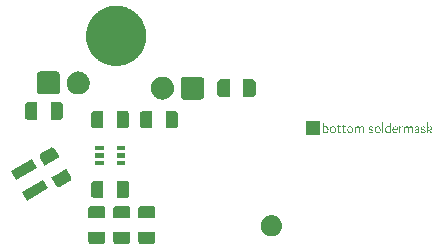
<source format=gbs>
G04 #@! TF.FileFunction,Soldermask,Bot*

G04 leading zeros omitted (L); absolute data (A); 6 integer digits and 6 fractional digits *
%FSLAX66Y66*%

G04 mode (MO): millimeters (MM) *
%MOMM*%

G04 Aperture definitions *
%ADD10C,0.001X*%
%ADD11C,0.001X*%

%LPD*%
G36*
G01X13820382Y-6539715D02*
G01X13820382Y-6539715D01*
G01X13884489Y-6541789D01*
G01X13947488Y-6547925D01*
G01X14009251Y-6557995D01*
G01X14069651Y-6571870D01*
G01X14128558Y-6589421D01*
G01X14185843Y-6610521D01*
G01X14241379Y-6635041D01*
G01X14295037Y-6662852D01*
G01X14346688Y-6693826D01*
G01X14396204Y-6727834D01*
G01X14443457Y-6764748D01*
G01X14488318Y-6804439D01*
G01X14530658Y-6846779D01*
G01X14570350Y-6891640D01*
G01X14607264Y-6938893D01*
G01X14641272Y-6988409D01*
G01X14672246Y-7040061D01*
G01X14700056Y-7093718D01*
G01X14724576Y-7149254D01*
G01X14745676Y-7206540D01*
G01X14763228Y-7265447D01*
G01X14777102Y-7325846D01*
G01X14787172Y-7387609D01*
G01X14793308Y-7450609D01*
G01X14795382Y-7514715D01*
G01X14795382Y-7514715D01*
G01X14795382Y-7514715D01*
G01X14793308Y-7578822D01*
G01X14787172Y-7641821D01*
G01X14777102Y-7703585D01*
G01X14763228Y-7763984D01*
G01X14745676Y-7822891D01*
G01X14724576Y-7880176D01*
G01X14700056Y-7935712D01*
G01X14672246Y-7989370D01*
G01X14641272Y-8041021D01*
G01X14607264Y-8090538D01*
G01X14570350Y-8137790D01*
G01X14530658Y-8182651D01*
G01X14488318Y-8224991D01*
G01X14443457Y-8264683D01*
G01X14396204Y-8301597D01*
G01X14346688Y-8335605D01*
G01X14295037Y-8366579D01*
G01X14241379Y-8394390D01*
G01X14185843Y-8418909D01*
G01X14128558Y-8440009D01*
G01X14069651Y-8457561D01*
G01X14009251Y-8471436D01*
G01X13947488Y-8481505D01*
G01X13884489Y-8487641D01*
G01X13820382Y-8489715D01*
G01X13820382Y-8489715D01*
G01X13820382Y-8489715D01*
G01X13756276Y-8487641D01*
G01X13693276Y-8481505D01*
G01X13631513Y-8471436D01*
G01X13571113Y-8457561D01*
G01X13512207Y-8440009D01*
G01X13454921Y-8418909D01*
G01X13399385Y-8394390D01*
G01X13345727Y-8366579D01*
G01X13294076Y-8335605D01*
G01X13244560Y-8301597D01*
G01X13197307Y-8264683D01*
G01X13152446Y-8224991D01*
G01X13110106Y-8182651D01*
G01X13070415Y-8137790D01*
G01X13033501Y-8090538D01*
G01X12999492Y-8041021D01*
G01X12968519Y-7989370D01*
G01X12940708Y-7935712D01*
G01X12916188Y-7880176D01*
G01X12895088Y-7822891D01*
G01X12877537Y-7763984D01*
G01X12863662Y-7703585D01*
G01X12853592Y-7641821D01*
G01X12847456Y-7578822D01*
G01X12845382Y-7514715D01*
G01X12845382Y-7514715D01*
G01X12845382Y-7514715D01*
G01X12847456Y-7450609D01*
G01X12853592Y-7387609D01*
G01X12863662Y-7325846D01*
G01X12877537Y-7265447D01*
G01X12895088Y-7206540D01*
G01X12916188Y-7149254D01*
G01X12940708Y-7093718D01*
G01X12968519Y-7040061D01*
G01X12999492Y-6988409D01*
G01X13033501Y-6938893D01*
G01X13070415Y-6891640D01*
G01X13110106Y-6846779D01*
G01X13152446Y-6804439D01*
G01X13197307Y-6764748D01*
G01X13244560Y-6727834D01*
G01X13294076Y-6693826D01*
G01X13345727Y-6662852D01*
G01X13399385Y-6635041D01*
G01X13454921Y-6610521D01*
G01X13512207Y-6589421D01*
G01X13571113Y-6571870D01*
G01X13631513Y-6557995D01*
G01X13693276Y-6547925D01*
G01X13756276Y-6541789D01*
G01X13820382Y-6539715D01*
G01X13820382Y-6539715D01*
G37*
G36*
G01X15385382Y-7514715D02*
G01X15385382Y-8189715D01*
G01X15385382Y-8189715D01*
G01X15389309Y-8238377D01*
G01X15400676Y-8284538D01*
G01X15418868Y-8327582D01*
G01X15443265Y-8366891D01*
G01X15473250Y-8401847D01*
G01X15508206Y-8431833D01*
G01X15547515Y-8456230D01*
G01X15590559Y-8474421D01*
G01X15636721Y-8485789D01*
G01X15685382Y-8489715D01*
G01X15685382Y-8489715D01*
G01X16360382Y-8489715D01*
G01X17035382Y-8489715D01*
G01X17035382Y-8489715D01*
G01X17084044Y-8485789D01*
G01X17130205Y-8474421D01*
G01X17173249Y-8456230D01*
G01X17212558Y-8431833D01*
G01X17247514Y-8401847D01*
G01X17277499Y-8366891D01*
G01X17301897Y-8327582D01*
G01X17320088Y-8284538D01*
G01X17331456Y-8238377D01*
G01X17335382Y-8189715D01*
G01X17335382Y-8189715D01*
G01X17335382Y-7514715D01*
G01X17335382Y-6839715D01*
G01X17335382Y-6839715D01*
G01X17331456Y-6791054D01*
G01X17320088Y-6744892D01*
G01X17301897Y-6701848D01*
G01X17277499Y-6662539D01*
G01X17247514Y-6627583D01*
G01X17212558Y-6597598D01*
G01X17173249Y-6573201D01*
G01X17130205Y-6555010D01*
G01X17084044Y-6543642D01*
G01X17035382Y-6539715D01*
G01X17035382Y-6539715D01*
G01X16360382Y-6539715D01*
G01X15685382Y-6539715D01*
G01X15685382Y-6539715D01*
G01X15636721Y-6543642D01*
G01X15590559Y-6555010D01*
G01X15547515Y-6573201D01*
G01X15508206Y-6597598D01*
G01X15473250Y-6627583D01*
G01X15443265Y-6662539D01*
G01X15418868Y-6701848D01*
G01X15400676Y-6744892D01*
G01X15389309Y-6791054D01*
G01X15385382Y-6839715D01*
G01X15385382Y-6839715D01*
G01X15385382Y-7514715D01*
G37*
G36*
G01X21724800Y-8057434D02*
G01X21724800Y-8057434D01*
G01X21692113Y-8090121D01*
G01X21659425Y-8122809D01*
G01X21626737Y-8155497D01*
G01X21594049Y-8188185D01*
G01X21561361Y-8220873D01*
G01X21532519Y-8249716D01*
G01X21532519Y-8249716D01*
G01X21481056Y-8249716D01*
G01X21429593Y-8249716D01*
G01X21378129Y-8249716D01*
G01X21326666Y-8249716D01*
G01X21275203Y-8249716D01*
G01X21223740Y-8249716D01*
G01X21172277Y-8249716D01*
G01X21120814Y-8249716D01*
G01X21069351Y-8249716D01*
G01X21017888Y-8249716D01*
G01X20966425Y-8249716D01*
G01X20914961Y-8249716D01*
G01X20863498Y-8249716D01*
G01X20812035Y-8249716D01*
G01X20760572Y-8249716D01*
G01X20709109Y-8249716D01*
G01X20674800Y-8249716D01*
G01X20674800Y-8249716D01*
G01X20674800Y-8190915D01*
G01X20674800Y-8132115D01*
G01X20674800Y-8073315D01*
G01X20674800Y-8014515D01*
G01X20674800Y-7955715D01*
G01X20674800Y-7896915D01*
G01X20674800Y-7838115D01*
G01X20674800Y-7779315D01*
G01X20674800Y-7720515D01*
G01X20674800Y-7661715D01*
G01X20674800Y-7602915D01*
G01X20674800Y-7544116D01*
G01X20674800Y-7485316D01*
G01X20674800Y-7426516D01*
G01X20674800Y-7367716D01*
G01X20674800Y-7308916D01*
G01X20674800Y-7250116D01*
G01X20674800Y-7191316D01*
G01X20674800Y-7132516D01*
G01X20674800Y-7073716D01*
G01X20674800Y-7014916D01*
G01X20674800Y-6956116D01*
G01X20674800Y-6897316D01*
G01X20674800Y-6838516D01*
G01X20674800Y-6779716D01*
G01X20674800Y-6779716D01*
G01X20674800Y-6779716D01*
G01X20726263Y-6779716D01*
G01X20777726Y-6779716D01*
G01X20829190Y-6779716D01*
G01X20880653Y-6779716D01*
G01X20932116Y-6779716D01*
G01X20983579Y-6779716D01*
G01X21035042Y-6779716D01*
G01X21086505Y-6779716D01*
G01X21137968Y-6779716D01*
G01X21189431Y-6779716D01*
G01X21240894Y-6779716D01*
G01X21292358Y-6779716D01*
G01X21343821Y-6779716D01*
G01X21395284Y-6779716D01*
G01X21446747Y-6779716D01*
G01X21498210Y-6779716D01*
G01X21532519Y-6779716D01*
G01X21532519Y-6779716D01*
G01X21565206Y-6812403D01*
G01X21597894Y-6845090D01*
G01X21630582Y-6877778D01*
G01X21663270Y-6910466D01*
G01X21695958Y-6943154D01*
G01X21724800Y-6971997D01*
G01X21724800Y-6971997D01*
G01X21724800Y-7026269D01*
G01X21724800Y-7080540D01*
G01X21724800Y-7134812D01*
G01X21724800Y-7189084D01*
G01X21724800Y-7243356D01*
G01X21724800Y-7297628D01*
G01X21724800Y-7351900D01*
G01X21724800Y-7406172D01*
G01X21724800Y-7460444D01*
G01X21724800Y-7514716D01*
G01X21724800Y-7568987D01*
G01X21724800Y-7623259D01*
G01X21724800Y-7677531D01*
G01X21724800Y-7731803D01*
G01X21724800Y-7786075D01*
G01X21724800Y-7840347D01*
G01X21724800Y-7894619D01*
G01X21724800Y-7948891D01*
G01X21724800Y-8003162D01*
G01X21724800Y-8057434D01*
G01X21724800Y-8057434D01*
G37*
G36*
G01X18474800Y-6971996D02*
G01X18474800Y-6971996D01*
G01X18507487Y-6939309D01*
G01X18540175Y-6906622D01*
G01X18572863Y-6873934D01*
G01X18605551Y-6841246D01*
G01X18638239Y-6808557D01*
G01X18667081Y-6779715D01*
G01X18667081Y-6779715D01*
G01X18718545Y-6779715D01*
G01X18770008Y-6779715D01*
G01X18821471Y-6779715D01*
G01X18872934Y-6779715D01*
G01X18924397Y-6779715D01*
G01X18975860Y-6779715D01*
G01X19027323Y-6779715D01*
G01X19078786Y-6779715D01*
G01X19130249Y-6779715D01*
G01X19181713Y-6779715D01*
G01X19233176Y-6779715D01*
G01X19284639Y-6779715D01*
G01X19336102Y-6779715D01*
G01X19387565Y-6779715D01*
G01X19439028Y-6779715D01*
G01X19490491Y-6779715D01*
G01X19524800Y-6779715D01*
G01X19524800Y-6779715D01*
G01X19524800Y-6838515D01*
G01X19524800Y-6897315D01*
G01X19524800Y-6956115D01*
G01X19524800Y-7014915D01*
G01X19524800Y-7073715D01*
G01X19524800Y-7132515D01*
G01X19524800Y-7191315D01*
G01X19524800Y-7250115D01*
G01X19524800Y-7308915D01*
G01X19524800Y-7367715D01*
G01X19524800Y-7426515D01*
G01X19524800Y-7485315D01*
G01X19524800Y-7544115D01*
G01X19524800Y-7602915D01*
G01X19524800Y-7661715D01*
G01X19524800Y-7720515D01*
G01X19524800Y-7779315D01*
G01X19524800Y-7838115D01*
G01X19524800Y-7896915D01*
G01X19524800Y-7955715D01*
G01X19524800Y-8014515D01*
G01X19524800Y-8073315D01*
G01X19524800Y-8132115D01*
G01X19524800Y-8190915D01*
G01X19524800Y-8249715D01*
G01X19524800Y-8249715D01*
G01X19524800Y-8249715D01*
G01X19473337Y-8249715D01*
G01X19421874Y-8249715D01*
G01X19370411Y-8249715D01*
G01X19318948Y-8249715D01*
G01X19267484Y-8249715D01*
G01X19216021Y-8249715D01*
G01X19164558Y-8249715D01*
G01X19113095Y-8249715D01*
G01X19061632Y-8249715D01*
G01X19010169Y-8249715D01*
G01X18958706Y-8249715D01*
G01X18907243Y-8249715D01*
G01X18855780Y-8249715D01*
G01X18804316Y-8249715D01*
G01X18752853Y-8249715D01*
G01X18701390Y-8249715D01*
G01X18667081Y-8249715D01*
G01X18667081Y-8249715D01*
G01X18634394Y-8217028D01*
G01X18601707Y-8184340D01*
G01X18569019Y-8151652D01*
G01X18536331Y-8118964D01*
G01X18503643Y-8086276D01*
G01X18474800Y-8057434D01*
G01X18474800Y-8057434D01*
G01X18474800Y-8003162D01*
G01X18474800Y-7948890D01*
G01X18474800Y-7894618D01*
G01X18474800Y-7840346D01*
G01X18474800Y-7786074D01*
G01X18474800Y-7731803D01*
G01X18474800Y-7677531D01*
G01X18474800Y-7623259D01*
G01X18474800Y-7568987D01*
G01X18474800Y-7514715D01*
G01X18474800Y-7460443D01*
G01X18474800Y-7406171D01*
G01X18474800Y-7351899D01*
G01X18474800Y-7297627D01*
G01X18474800Y-7243356D01*
G01X18474800Y-7189084D01*
G01X18474800Y-7134812D01*
G01X18474800Y-7080540D01*
G01X18474800Y-7026268D01*
G01X18474800Y-6971996D01*
G01X18474800Y-6971996D01*
G37*
G36*
G01X9831256Y-20718998D02*
G01X9831256Y-20718998D01*
G01X9798569Y-20686311D01*
G01X9765881Y-20653624D01*
G01X9733193Y-20620936D01*
G01X9700505Y-20588248D01*
G01X9667817Y-20555559D01*
G01X9638975Y-20526717D01*
G01X9638975Y-20526717D01*
G01X9638975Y-20475254D01*
G01X9638975Y-20423791D01*
G01X9638975Y-20372328D01*
G01X9638975Y-20320864D01*
G01X9638975Y-20269401D01*
G01X9638975Y-20217938D01*
G01X9638975Y-20166475D01*
G01X9638975Y-20115012D01*
G01X9638975Y-20063549D01*
G01X9638975Y-20012086D01*
G01X9638975Y-19960623D01*
G01X9638975Y-19909160D01*
G01X9638975Y-19857697D01*
G01X9638975Y-19806233D01*
G01X9638975Y-19754770D01*
G01X9638975Y-19703307D01*
G01X9638975Y-19668998D01*
G01X9638975Y-19668998D01*
G01X9697775Y-19668998D01*
G01X9756575Y-19668998D01*
G01X9815375Y-19668998D01*
G01X9874175Y-19668998D01*
G01X9932975Y-19668998D01*
G01X9991775Y-19668998D01*
G01X10050575Y-19668998D01*
G01X10109375Y-19668998D01*
G01X10168175Y-19668998D01*
G01X10226975Y-19668998D01*
G01X10285775Y-19668998D01*
G01X10344575Y-19668998D01*
G01X10403375Y-19668998D01*
G01X10462175Y-19668998D01*
G01X10520975Y-19668998D01*
G01X10579775Y-19668998D01*
G01X10638575Y-19668998D01*
G01X10697375Y-19668998D01*
G01X10756175Y-19668998D01*
G01X10814975Y-19668998D01*
G01X10873775Y-19668998D01*
G01X10932575Y-19668998D01*
G01X10991375Y-19668998D01*
G01X11050175Y-19668998D01*
G01X11108975Y-19668998D01*
G01X11108975Y-19668998D01*
G01X11108975Y-19668998D01*
G01X11108975Y-19720461D01*
G01X11108975Y-19771925D01*
G01X11108975Y-19823388D01*
G01X11108975Y-19874851D01*
G01X11108975Y-19926314D01*
G01X11108975Y-19977777D01*
G01X11108975Y-20029240D01*
G01X11108975Y-20080703D01*
G01X11108975Y-20132166D01*
G01X11108975Y-20183629D01*
G01X11108975Y-20235093D01*
G01X11108975Y-20286556D01*
G01X11108975Y-20338019D01*
G01X11108975Y-20389482D01*
G01X11108975Y-20440945D01*
G01X11108975Y-20492408D01*
G01X11108975Y-20526717D01*
G01X11108975Y-20526717D01*
G01X11076288Y-20559404D01*
G01X11043600Y-20592092D01*
G01X11010912Y-20624780D01*
G01X10978224Y-20657468D01*
G01X10945536Y-20690156D01*
G01X10916694Y-20718998D01*
G01X10916694Y-20718998D01*
G01X10862422Y-20718998D01*
G01X10808150Y-20718998D01*
G01X10753878Y-20718998D01*
G01X10699606Y-20718998D01*
G01X10645334Y-20718998D01*
G01X10591062Y-20718998D01*
G01X10536791Y-20718998D01*
G01X10482519Y-20718998D01*
G01X10428247Y-20718998D01*
G01X10373975Y-20718998D01*
G01X10319703Y-20718998D01*
G01X10265431Y-20718998D01*
G01X10211159Y-20718998D01*
G01X10156887Y-20718998D01*
G01X10102615Y-20718998D01*
G01X10048343Y-20718998D01*
G01X9994072Y-20718998D01*
G01X9939800Y-20718998D01*
G01X9885528Y-20718998D01*
G01X9831256Y-20718998D01*
G01X9831256Y-20718998D01*
G37*
G36*
G01X10916694Y-17468998D02*
G01X10916694Y-17468998D01*
G01X10949381Y-17501685D01*
G01X10982069Y-17534373D01*
G01X11014757Y-17567061D01*
G01X11047445Y-17599749D01*
G01X11080133Y-17632437D01*
G01X11108975Y-17661280D01*
G01X11108975Y-17661280D01*
G01X11108975Y-17712743D01*
G01X11108975Y-17764206D01*
G01X11108975Y-17815669D01*
G01X11108975Y-17867132D01*
G01X11108975Y-17918595D01*
G01X11108975Y-17970058D01*
G01X11108975Y-18021521D01*
G01X11108975Y-18072985D01*
G01X11108975Y-18124448D01*
G01X11108975Y-18175911D01*
G01X11108975Y-18227374D01*
G01X11108975Y-18278837D01*
G01X11108975Y-18330300D01*
G01X11108975Y-18381763D01*
G01X11108975Y-18433226D01*
G01X11108975Y-18484689D01*
G01X11108975Y-18518998D01*
G01X11108975Y-18518998D01*
G01X11050175Y-18518998D01*
G01X10991375Y-18518998D01*
G01X10932575Y-18518998D01*
G01X10873775Y-18518998D01*
G01X10814975Y-18518998D01*
G01X10756175Y-18518998D01*
G01X10697375Y-18518998D01*
G01X10638575Y-18518998D01*
G01X10579775Y-18518998D01*
G01X10520975Y-18518998D01*
G01X10462175Y-18518998D01*
G01X10403375Y-18518998D01*
G01X10344575Y-18518998D01*
G01X10285775Y-18518998D01*
G01X10226975Y-18518998D01*
G01X10168175Y-18518998D01*
G01X10109375Y-18518998D01*
G01X10050575Y-18518998D01*
G01X9991775Y-18518998D01*
G01X9932975Y-18518998D01*
G01X9874175Y-18518998D01*
G01X9815375Y-18518998D01*
G01X9756575Y-18518998D01*
G01X9697775Y-18518998D01*
G01X9638975Y-18518998D01*
G01X9638975Y-18518998D01*
G01X9638975Y-18518998D01*
G01X9638975Y-18467535D01*
G01X9638975Y-18416072D01*
G01X9638975Y-18364609D01*
G01X9638975Y-18313146D01*
G01X9638975Y-18261683D01*
G01X9638975Y-18210219D01*
G01X9638975Y-18158756D01*
G01X9638975Y-18107293D01*
G01X9638975Y-18055830D01*
G01X9638975Y-18004367D01*
G01X9638975Y-17952904D01*
G01X9638975Y-17901441D01*
G01X9638975Y-17849978D01*
G01X9638975Y-17798515D01*
G01X9638975Y-17747051D01*
G01X9638975Y-17695588D01*
G01X9638975Y-17661280D01*
G01X9638975Y-17661280D01*
G01X9671663Y-17628592D01*
G01X9704350Y-17595905D01*
G01X9737038Y-17563217D01*
G01X9769726Y-17530529D01*
G01X9802414Y-17497841D01*
G01X9831257Y-17468998D01*
G01X9831257Y-17468998D01*
G01X9885528Y-17468998D01*
G01X9939800Y-17468998D01*
G01X9994072Y-17468998D01*
G01X10048344Y-17468998D01*
G01X10102616Y-17468998D01*
G01X10156888Y-17468998D01*
G01X10211160Y-17468998D01*
G01X10265432Y-17468998D01*
G01X10319703Y-17468998D01*
G01X10373975Y-17468998D01*
G01X10428247Y-17468998D01*
G01X10482519Y-17468998D01*
G01X10536791Y-17468998D01*
G01X10591063Y-17468998D01*
G01X10645335Y-17468998D01*
G01X10699607Y-17468998D01*
G01X10753879Y-17468998D01*
G01X10808150Y-17468998D01*
G01X10862422Y-17468998D01*
G01X10916694Y-17468998D01*
G01X10916694Y-17468998D01*
G37*
G36*
G01X5106500Y-15885412D02*
G01X5106500Y-15885412D01*
G01X5061849Y-15873448D01*
G01X5017197Y-15861483D01*
G01X4972544Y-15849519D01*
G01X4927891Y-15837554D01*
G01X4883238Y-15825589D01*
G01X4843839Y-15815032D01*
G01X4843839Y-15815032D01*
G01X4818107Y-15770464D01*
G01X4792376Y-15725896D01*
G01X4766644Y-15681327D01*
G01X4740913Y-15636759D01*
G01X4715181Y-15592190D01*
G01X4689450Y-15547622D01*
G01X4663718Y-15503054D01*
G01X4637987Y-15458485D01*
G01X4612255Y-15413917D01*
G01X4586523Y-15369349D01*
G01X4560792Y-15324780D01*
G01X4535060Y-15280212D01*
G01X4509329Y-15235644D01*
G01X4483597Y-15191075D01*
G01X4457866Y-15146507D01*
G01X4432134Y-15101938D01*
G01X4414980Y-15072226D01*
G01X4414980Y-15072226D01*
G01X4465902Y-15042826D01*
G01X4516824Y-15013426D01*
G01X4567747Y-14984026D01*
G01X4618669Y-14954626D01*
G01X4669591Y-14925226D01*
G01X4720514Y-14895826D01*
G01X4771436Y-14866426D01*
G01X4822358Y-14837026D01*
G01X4873280Y-14807626D01*
G01X4924203Y-14778226D01*
G01X4975125Y-14748826D01*
G01X5026047Y-14719426D01*
G01X5076969Y-14690026D01*
G01X5127892Y-14660626D01*
G01X5178814Y-14631226D01*
G01X5229736Y-14601826D01*
G01X5280659Y-14572426D01*
G01X5331581Y-14543026D01*
G01X5382503Y-14513626D01*
G01X5433425Y-14484226D01*
G01X5484348Y-14454826D01*
G01X5535270Y-14425426D01*
G01X5586192Y-14396026D01*
G01X5637115Y-14366626D01*
G01X5688037Y-14337226D01*
G01X5688037Y-14337226D01*
G01X5688037Y-14337226D01*
G01X5713769Y-14381795D01*
G01X5739500Y-14426363D01*
G01X5765232Y-14470931D01*
G01X5790963Y-14515500D01*
G01X5816695Y-14560068D01*
G01X5842426Y-14604636D01*
G01X5868158Y-14649205D01*
G01X5893890Y-14693773D01*
G01X5919621Y-14738342D01*
G01X5945353Y-14782910D01*
G01X5971084Y-14827478D01*
G01X5996816Y-14872047D01*
G01X6022547Y-14916615D01*
G01X6048279Y-14961183D01*
G01X6074010Y-15005752D01*
G01X6099742Y-15050320D01*
G01X6116896Y-15080032D01*
G01X6116896Y-15080032D01*
G01X6104932Y-15124684D01*
G01X6092968Y-15169336D01*
G01X6081003Y-15213988D01*
G01X6069038Y-15258641D01*
G01X6057074Y-15303294D01*
G01X6046517Y-15342693D01*
G01X6046517Y-15342693D01*
G01X5999516Y-15369829D01*
G01X5952515Y-15396965D01*
G01X5905514Y-15424101D01*
G01X5858513Y-15451237D01*
G01X5811513Y-15478373D01*
G01X5764512Y-15505509D01*
G01X5717511Y-15532645D01*
G01X5670510Y-15559781D01*
G01X5623509Y-15586917D01*
G01X5576508Y-15614053D01*
G01X5529507Y-15641189D01*
G01X5482507Y-15668325D01*
G01X5435506Y-15695461D01*
G01X5388505Y-15722597D01*
G01X5341504Y-15749733D01*
G01X5294503Y-15776869D01*
G01X5247502Y-15804004D01*
G01X5200502Y-15831140D01*
G01X5153501Y-15858276D01*
G01X5106500Y-15885412D01*
G01X5106500Y-15885412D01*
G37*
G36*
G01X4421516Y-12528110D02*
G01X4421516Y-12528110D01*
G01X4466168Y-12540075D01*
G01X4510820Y-12552039D01*
G01X4555472Y-12564004D01*
G01X4600125Y-12575968D01*
G01X4644778Y-12587933D01*
G01X4684177Y-12598490D01*
G01X4684177Y-12598490D01*
G01X4709909Y-12643059D01*
G01X4735640Y-12687627D01*
G01X4761372Y-12732195D01*
G01X4787103Y-12776764D01*
G01X4812835Y-12821332D01*
G01X4838567Y-12865900D01*
G01X4864298Y-12910469D01*
G01X4890030Y-12955037D01*
G01X4915761Y-12999606D01*
G01X4941493Y-13044174D01*
G01X4967224Y-13088742D01*
G01X4992956Y-13133311D01*
G01X5018687Y-13177879D01*
G01X5044419Y-13222447D01*
G01X5070151Y-13267016D01*
G01X5095882Y-13311584D01*
G01X5113037Y-13341296D01*
G01X5113037Y-13341296D01*
G01X5062114Y-13370696D01*
G01X5011192Y-13400096D01*
G01X4960270Y-13429496D01*
G01X4909347Y-13458896D01*
G01X4858425Y-13488296D01*
G01X4807503Y-13517696D01*
G01X4756580Y-13547096D01*
G01X4705658Y-13576496D01*
G01X4654736Y-13605896D01*
G01X4603814Y-13635296D01*
G01X4552891Y-13664696D01*
G01X4501969Y-13694096D01*
G01X4451047Y-13723496D01*
G01X4400124Y-13752896D01*
G01X4349202Y-13782296D01*
G01X4298280Y-13811696D01*
G01X4247358Y-13841096D01*
G01X4196435Y-13870496D01*
G01X4145513Y-13899896D01*
G01X4094591Y-13929296D01*
G01X4043668Y-13958696D01*
G01X3992746Y-13988096D01*
G01X3941824Y-14017496D01*
G01X3890902Y-14046896D01*
G01X3839979Y-14076296D01*
G01X3839979Y-14076296D01*
G01X3839979Y-14076296D01*
G01X3814248Y-14031728D01*
G01X3788516Y-13987160D01*
G01X3762784Y-13942591D01*
G01X3737053Y-13898023D01*
G01X3711321Y-13853454D01*
G01X3685590Y-13808886D01*
G01X3659858Y-13764318D01*
G01X3634127Y-13719749D01*
G01X3608395Y-13675181D01*
G01X3582664Y-13630613D01*
G01X3556932Y-13586044D01*
G01X3531201Y-13541476D01*
G01X3505469Y-13496908D01*
G01X3479737Y-13452339D01*
G01X3454006Y-13407771D01*
G01X3428274Y-13363202D01*
G01X3411120Y-13333490D01*
G01X3411120Y-13333490D01*
G01X3423084Y-13288839D01*
G01X3435049Y-13244187D01*
G01X3447013Y-13199534D01*
G01X3458978Y-13154881D01*
G01X3470943Y-13110229D01*
G01X3481500Y-13070829D01*
G01X3481500Y-13070829D01*
G01X3528500Y-13043693D01*
G01X3575501Y-13016557D01*
G01X3622502Y-12989421D01*
G01X3669503Y-12962285D01*
G01X3716504Y-12935149D01*
G01X3763505Y-12908014D01*
G01X3810505Y-12880878D01*
G01X3857506Y-12853742D01*
G01X3904507Y-12826606D01*
G01X3951508Y-12799470D01*
G01X3998509Y-12772334D01*
G01X4045510Y-12745198D01*
G01X4092510Y-12718062D01*
G01X4139511Y-12690926D01*
G01X4186512Y-12663790D01*
G01X4233513Y-12636654D01*
G01X4280514Y-12609518D01*
G01X4327515Y-12582382D01*
G01X4374515Y-12555246D01*
G01X4421516Y-12528110D01*
G01X4421516Y-12528110D01*
G37*
G36*
G01X15149464Y-10729711D02*
G01X15149464Y-10729711D01*
G01X15116777Y-10762398D01*
G01X15084089Y-10795086D01*
G01X15051401Y-10827774D01*
G01X15018713Y-10860462D01*
G01X14986025Y-10893150D01*
G01X14957183Y-10921993D01*
G01X14957183Y-10921993D01*
G01X14905720Y-10921993D01*
G01X14854257Y-10921993D01*
G01X14802793Y-10921993D01*
G01X14751330Y-10921993D01*
G01X14699867Y-10921993D01*
G01X14648404Y-10921993D01*
G01X14596941Y-10921993D01*
G01X14545478Y-10921993D01*
G01X14494015Y-10921993D01*
G01X14442552Y-10921993D01*
G01X14391089Y-10921993D01*
G01X14339625Y-10921993D01*
G01X14288162Y-10921993D01*
G01X14236699Y-10921993D01*
G01X14185236Y-10921993D01*
G01X14133773Y-10921993D01*
G01X14099464Y-10921993D01*
G01X14099464Y-10921993D01*
G01X14099464Y-10863192D01*
G01X14099464Y-10804392D01*
G01X14099464Y-10745592D01*
G01X14099464Y-10686792D01*
G01X14099464Y-10627992D01*
G01X14099464Y-10569192D01*
G01X14099464Y-10510392D01*
G01X14099464Y-10451592D01*
G01X14099464Y-10392792D01*
G01X14099464Y-10333992D01*
G01X14099464Y-10275192D01*
G01X14099464Y-10216393D01*
G01X14099464Y-10157593D01*
G01X14099464Y-10098793D01*
G01X14099464Y-10039993D01*
G01X14099464Y-9981193D01*
G01X14099464Y-9922393D01*
G01X14099464Y-9863593D01*
G01X14099464Y-9804793D01*
G01X14099464Y-9745993D01*
G01X14099464Y-9687193D01*
G01X14099464Y-9628393D01*
G01X14099464Y-9569593D01*
G01X14099464Y-9510793D01*
G01X14099464Y-9451993D01*
G01X14099464Y-9451993D01*
G01X14099464Y-9451993D01*
G01X14150927Y-9451993D01*
G01X14202390Y-9451993D01*
G01X14253854Y-9451993D01*
G01X14305317Y-9451993D01*
G01X14356780Y-9451993D01*
G01X14408243Y-9451993D01*
G01X14459706Y-9451993D01*
G01X14511169Y-9451993D01*
G01X14562632Y-9451993D01*
G01X14614095Y-9451993D01*
G01X14665558Y-9451993D01*
G01X14717022Y-9451993D01*
G01X14768485Y-9451993D01*
G01X14819948Y-9451993D01*
G01X14871411Y-9451993D01*
G01X14922874Y-9451993D01*
G01X14957183Y-9451993D01*
G01X14957183Y-9451993D01*
G01X14989870Y-9484680D01*
G01X15022558Y-9517367D01*
G01X15055246Y-9550055D01*
G01X15087934Y-9582743D01*
G01X15120622Y-9615431D01*
G01X15149464Y-9644274D01*
G01X15149464Y-9644274D01*
G01X15149464Y-9698546D01*
G01X15149464Y-9752817D01*
G01X15149464Y-9807089D01*
G01X15149464Y-9861361D01*
G01X15149464Y-9915633D01*
G01X15149464Y-9969905D01*
G01X15149464Y-10024177D01*
G01X15149464Y-10078449D01*
G01X15149464Y-10132721D01*
G01X15149464Y-10186993D01*
G01X15149464Y-10241264D01*
G01X15149464Y-10295536D01*
G01X15149464Y-10349808D01*
G01X15149464Y-10404080D01*
G01X15149464Y-10458352D01*
G01X15149464Y-10512624D01*
G01X15149464Y-10566896D01*
G01X15149464Y-10621168D01*
G01X15149464Y-10675439D01*
G01X15149464Y-10729711D01*
G01X15149464Y-10729711D01*
G37*
G36*
G01X11899464Y-9644273D02*
G01X11899464Y-9644273D01*
G01X11932151Y-9611586D01*
G01X11964839Y-9578899D01*
G01X11997527Y-9546211D01*
G01X12030215Y-9513523D01*
G01X12062903Y-9480834D01*
G01X12091745Y-9451992D01*
G01X12091745Y-9451992D01*
G01X12143209Y-9451992D01*
G01X12194672Y-9451992D01*
G01X12246135Y-9451992D01*
G01X12297598Y-9451992D01*
G01X12349061Y-9451992D01*
G01X12400524Y-9451992D01*
G01X12451987Y-9451992D01*
G01X12503450Y-9451992D01*
G01X12554913Y-9451992D01*
G01X12606377Y-9451992D01*
G01X12657840Y-9451992D01*
G01X12709303Y-9451992D01*
G01X12760766Y-9451992D01*
G01X12812229Y-9451992D01*
G01X12863692Y-9451992D01*
G01X12915155Y-9451992D01*
G01X12949464Y-9451992D01*
G01X12949464Y-9451992D01*
G01X12949464Y-9510792D01*
G01X12949464Y-9569592D01*
G01X12949464Y-9628392D01*
G01X12949464Y-9687192D01*
G01X12949464Y-9745992D01*
G01X12949464Y-9804792D01*
G01X12949464Y-9863592D01*
G01X12949464Y-9922392D01*
G01X12949464Y-9981192D01*
G01X12949464Y-10039992D01*
G01X12949464Y-10098792D01*
G01X12949464Y-10157592D01*
G01X12949464Y-10216392D01*
G01X12949464Y-10275192D01*
G01X12949464Y-10333992D01*
G01X12949464Y-10392792D01*
G01X12949464Y-10451592D01*
G01X12949464Y-10510392D01*
G01X12949464Y-10569192D01*
G01X12949464Y-10627992D01*
G01X12949464Y-10686792D01*
G01X12949464Y-10745592D01*
G01X12949464Y-10804392D01*
G01X12949464Y-10863192D01*
G01X12949464Y-10921992D01*
G01X12949464Y-10921992D01*
G01X12949464Y-10921992D01*
G01X12898001Y-10921992D01*
G01X12846538Y-10921992D01*
G01X12795075Y-10921992D01*
G01X12743612Y-10921992D01*
G01X12692148Y-10921992D01*
G01X12640685Y-10921992D01*
G01X12589222Y-10921992D01*
G01X12537759Y-10921992D01*
G01X12486296Y-10921992D01*
G01X12434833Y-10921992D01*
G01X12383370Y-10921992D01*
G01X12331907Y-10921992D01*
G01X12280444Y-10921992D01*
G01X12228980Y-10921992D01*
G01X12177517Y-10921992D01*
G01X12126054Y-10921992D01*
G01X12091745Y-10921992D01*
G01X12091745Y-10921992D01*
G01X12059058Y-10889305D01*
G01X12026371Y-10856617D01*
G01X11993683Y-10823929D01*
G01X11960995Y-10791241D01*
G01X11928306Y-10758553D01*
G01X11899464Y-10729711D01*
G01X11899464Y-10729711D01*
G01X11899464Y-10675439D01*
G01X11899464Y-10621167D01*
G01X11899464Y-10566895D01*
G01X11899464Y-10512623D01*
G01X11899464Y-10458351D01*
G01X11899464Y-10404080D01*
G01X11899464Y-10349808D01*
G01X11899464Y-10295536D01*
G01X11899464Y-10241264D01*
G01X11899464Y-10186992D01*
G01X11899464Y-10132720D01*
G01X11899464Y-10078448D01*
G01X11899464Y-10024176D01*
G01X11899464Y-9969904D01*
G01X11899464Y-9915633D01*
G01X11899464Y-9861361D01*
G01X11899464Y-9807089D01*
G01X11899464Y-9752817D01*
G01X11899464Y-9698545D01*
G01X11899464Y-9644273D01*
G01X11899464Y-9644273D01*
G37*
G36*
G01X11947925Y-20718998D02*
G01X11947925Y-20718998D01*
G01X11915238Y-20686311D01*
G01X11882550Y-20653624D01*
G01X11849862Y-20620936D01*
G01X11817174Y-20588248D01*
G01X11784486Y-20555559D01*
G01X11755644Y-20526717D01*
G01X11755644Y-20526717D01*
G01X11755644Y-20475254D01*
G01X11755644Y-20423791D01*
G01X11755644Y-20372328D01*
G01X11755644Y-20320864D01*
G01X11755644Y-20269401D01*
G01X11755644Y-20217938D01*
G01X11755644Y-20166475D01*
G01X11755644Y-20115012D01*
G01X11755644Y-20063549D01*
G01X11755644Y-20012086D01*
G01X11755644Y-19960623D01*
G01X11755644Y-19909160D01*
G01X11755644Y-19857697D01*
G01X11755644Y-19806233D01*
G01X11755644Y-19754770D01*
G01X11755644Y-19703307D01*
G01X11755644Y-19668998D01*
G01X11755644Y-19668998D01*
G01X11814444Y-19668998D01*
G01X11873244Y-19668998D01*
G01X11932044Y-19668998D01*
G01X11990844Y-19668998D01*
G01X12049644Y-19668998D01*
G01X12108444Y-19668998D01*
G01X12167244Y-19668998D01*
G01X12226044Y-19668998D01*
G01X12284844Y-19668998D01*
G01X12343644Y-19668998D01*
G01X12402444Y-19668998D01*
G01X12461244Y-19668998D01*
G01X12520044Y-19668998D01*
G01X12578844Y-19668998D01*
G01X12637644Y-19668998D01*
G01X12696444Y-19668998D01*
G01X12755244Y-19668998D01*
G01X12814044Y-19668998D01*
G01X12872844Y-19668998D01*
G01X12931644Y-19668998D01*
G01X12990444Y-19668998D01*
G01X13049244Y-19668998D01*
G01X13108044Y-19668998D01*
G01X13166844Y-19668998D01*
G01X13225644Y-19668998D01*
G01X13225644Y-19668998D01*
G01X13225644Y-19668998D01*
G01X13225644Y-19720461D01*
G01X13225644Y-19771925D01*
G01X13225644Y-19823388D01*
G01X13225644Y-19874851D01*
G01X13225644Y-19926314D01*
G01X13225644Y-19977777D01*
G01X13225644Y-20029240D01*
G01X13225644Y-20080703D01*
G01X13225644Y-20132166D01*
G01X13225644Y-20183629D01*
G01X13225644Y-20235093D01*
G01X13225644Y-20286556D01*
G01X13225644Y-20338019D01*
G01X13225644Y-20389482D01*
G01X13225644Y-20440945D01*
G01X13225644Y-20492408D01*
G01X13225644Y-20526717D01*
G01X13225644Y-20526717D01*
G01X13192957Y-20559404D01*
G01X13160269Y-20592092D01*
G01X13127581Y-20624780D01*
G01X13094893Y-20657468D01*
G01X13062205Y-20690156D01*
G01X13033363Y-20718998D01*
G01X13033363Y-20718998D01*
G01X12979091Y-20718998D01*
G01X12924819Y-20718998D01*
G01X12870547Y-20718998D01*
G01X12816275Y-20718998D01*
G01X12762003Y-20718998D01*
G01X12707731Y-20718998D01*
G01X12653460Y-20718998D01*
G01X12599188Y-20718998D01*
G01X12544916Y-20718998D01*
G01X12490644Y-20718998D01*
G01X12436372Y-20718998D01*
G01X12382100Y-20718998D01*
G01X12327828Y-20718998D01*
G01X12273556Y-20718998D01*
G01X12219284Y-20718998D01*
G01X12165012Y-20718998D01*
G01X12110741Y-20718998D01*
G01X12056469Y-20718998D01*
G01X12002197Y-20718998D01*
G01X11947925Y-20718998D01*
G01X11947925Y-20718998D01*
G37*
G36*
G01X13033363Y-17468998D02*
G01X13033363Y-17468998D01*
G01X13066050Y-17501685D01*
G01X13098738Y-17534373D01*
G01X13131426Y-17567061D01*
G01X13164114Y-17599749D01*
G01X13196802Y-17632437D01*
G01X13225644Y-17661280D01*
G01X13225644Y-17661280D01*
G01X13225644Y-17712743D01*
G01X13225644Y-17764206D01*
G01X13225644Y-17815669D01*
G01X13225644Y-17867132D01*
G01X13225644Y-17918595D01*
G01X13225644Y-17970058D01*
G01X13225644Y-18021521D01*
G01X13225644Y-18072985D01*
G01X13225644Y-18124448D01*
G01X13225644Y-18175911D01*
G01X13225644Y-18227374D01*
G01X13225644Y-18278837D01*
G01X13225644Y-18330300D01*
G01X13225644Y-18381763D01*
G01X13225644Y-18433226D01*
G01X13225644Y-18484689D01*
G01X13225644Y-18518998D01*
G01X13225644Y-18518998D01*
G01X13166844Y-18518998D01*
G01X13108044Y-18518998D01*
G01X13049244Y-18518998D01*
G01X12990444Y-18518998D01*
G01X12931644Y-18518998D01*
G01X12872844Y-18518998D01*
G01X12814044Y-18518998D01*
G01X12755244Y-18518998D01*
G01X12696444Y-18518998D01*
G01X12637644Y-18518998D01*
G01X12578844Y-18518998D01*
G01X12520044Y-18518998D01*
G01X12461244Y-18518998D01*
G01X12402444Y-18518998D01*
G01X12343644Y-18518998D01*
G01X12284844Y-18518998D01*
G01X12226044Y-18518998D01*
G01X12167244Y-18518998D01*
G01X12108444Y-18518998D01*
G01X12049644Y-18518998D01*
G01X11990844Y-18518998D01*
G01X11932044Y-18518998D01*
G01X11873244Y-18518998D01*
G01X11814444Y-18518998D01*
G01X11755644Y-18518998D01*
G01X11755644Y-18518998D01*
G01X11755644Y-18518998D01*
G01X11755644Y-18467535D01*
G01X11755644Y-18416072D01*
G01X11755644Y-18364609D01*
G01X11755644Y-18313146D01*
G01X11755644Y-18261683D01*
G01X11755644Y-18210219D01*
G01X11755644Y-18158756D01*
G01X11755644Y-18107293D01*
G01X11755644Y-18055830D01*
G01X11755644Y-18004367D01*
G01X11755644Y-17952904D01*
G01X11755644Y-17901441D01*
G01X11755644Y-17849978D01*
G01X11755644Y-17798515D01*
G01X11755644Y-17747051D01*
G01X11755644Y-17695588D01*
G01X11755644Y-17661280D01*
G01X11755644Y-17661280D01*
G01X11788332Y-17628592D01*
G01X11821019Y-17595905D01*
G01X11853707Y-17563217D01*
G01X11886395Y-17530529D01*
G01X11919083Y-17497841D01*
G01X11947926Y-17468998D01*
G01X11947926Y-17468998D01*
G01X12002197Y-17468998D01*
G01X12056469Y-17468998D01*
G01X12110741Y-17468998D01*
G01X12165013Y-17468998D01*
G01X12219285Y-17468998D01*
G01X12273557Y-17468998D01*
G01X12327829Y-17468998D01*
G01X12382101Y-17468998D01*
G01X12436372Y-17468998D01*
G01X12490644Y-17468998D01*
G01X12544916Y-17468998D01*
G01X12599188Y-17468998D01*
G01X12653460Y-17468998D01*
G01X12707732Y-17468998D01*
G01X12762004Y-17468998D01*
G01X12816276Y-17468998D01*
G01X12870548Y-17468998D01*
G01X12924819Y-17468998D01*
G01X12979091Y-17468998D01*
G01X13033363Y-17468998D01*
G01X13033363Y-17468998D01*
G37*
G36*
G01X5415854Y-9997799D02*
G01X5415854Y-9997799D01*
G01X5383167Y-10030486D01*
G01X5350479Y-10063174D01*
G01X5317791Y-10095862D01*
G01X5285103Y-10128550D01*
G01X5252415Y-10161238D01*
G01X5223573Y-10190081D01*
G01X5223573Y-10190081D01*
G01X5172110Y-10190081D01*
G01X5120647Y-10190081D01*
G01X5069183Y-10190081D01*
G01X5017720Y-10190081D01*
G01X4966257Y-10190081D01*
G01X4914794Y-10190081D01*
G01X4863331Y-10190081D01*
G01X4811868Y-10190081D01*
G01X4760405Y-10190081D01*
G01X4708942Y-10190081D01*
G01X4657479Y-10190081D01*
G01X4606015Y-10190081D01*
G01X4554552Y-10190081D01*
G01X4503089Y-10190081D01*
G01X4451626Y-10190081D01*
G01X4400163Y-10190081D01*
G01X4365854Y-10190081D01*
G01X4365854Y-10190081D01*
G01X4365854Y-10131280D01*
G01X4365854Y-10072480D01*
G01X4365854Y-10013680D01*
G01X4365854Y-9954880D01*
G01X4365854Y-9896080D01*
G01X4365854Y-9837280D01*
G01X4365854Y-9778480D01*
G01X4365854Y-9719680D01*
G01X4365854Y-9660880D01*
G01X4365854Y-9602080D01*
G01X4365854Y-9543280D01*
G01X4365854Y-9484481D01*
G01X4365854Y-9425681D01*
G01X4365854Y-9366881D01*
G01X4365854Y-9308081D01*
G01X4365854Y-9249281D01*
G01X4365854Y-9190481D01*
G01X4365854Y-9131681D01*
G01X4365854Y-9072881D01*
G01X4365854Y-9014081D01*
G01X4365854Y-8955281D01*
G01X4365854Y-8896481D01*
G01X4365854Y-8837681D01*
G01X4365854Y-8778881D01*
G01X4365854Y-8720081D01*
G01X4365854Y-8720081D01*
G01X4365854Y-8720081D01*
G01X4417317Y-8720081D01*
G01X4468780Y-8720081D01*
G01X4520244Y-8720081D01*
G01X4571707Y-8720081D01*
G01X4623170Y-8720081D01*
G01X4674633Y-8720081D01*
G01X4726096Y-8720081D01*
G01X4777559Y-8720081D01*
G01X4829022Y-8720081D01*
G01X4880485Y-8720081D01*
G01X4931948Y-8720081D01*
G01X4983412Y-8720081D01*
G01X5034875Y-8720081D01*
G01X5086338Y-8720081D01*
G01X5137801Y-8720081D01*
G01X5189264Y-8720081D01*
G01X5223573Y-8720081D01*
G01X5223573Y-8720081D01*
G01X5256260Y-8752768D01*
G01X5288948Y-8785455D01*
G01X5321636Y-8818143D01*
G01X5354324Y-8850831D01*
G01X5387012Y-8883519D01*
G01X5415854Y-8912362D01*
G01X5415854Y-8912362D01*
G01X5415854Y-8966634D01*
G01X5415854Y-9020905D01*
G01X5415854Y-9075177D01*
G01X5415854Y-9129449D01*
G01X5415854Y-9183721D01*
G01X5415854Y-9237993D01*
G01X5415854Y-9292265D01*
G01X5415854Y-9346537D01*
G01X5415854Y-9400809D01*
G01X5415854Y-9455081D01*
G01X5415854Y-9509352D01*
G01X5415854Y-9563624D01*
G01X5415854Y-9617896D01*
G01X5415854Y-9672168D01*
G01X5415854Y-9726440D01*
G01X5415854Y-9780712D01*
G01X5415854Y-9834984D01*
G01X5415854Y-9889256D01*
G01X5415854Y-9943527D01*
G01X5415854Y-9997799D01*
G01X5415854Y-9997799D01*
G37*
G36*
G01X2165854Y-8912361D02*
G01X2165854Y-8912361D01*
G01X2198541Y-8879674D01*
G01X2231229Y-8846987D01*
G01X2263917Y-8814299D01*
G01X2296605Y-8781611D01*
G01X2329293Y-8748922D01*
G01X2358135Y-8720080D01*
G01X2358135Y-8720080D01*
G01X2409599Y-8720080D01*
G01X2461062Y-8720080D01*
G01X2512525Y-8720080D01*
G01X2563988Y-8720080D01*
G01X2615451Y-8720080D01*
G01X2666914Y-8720080D01*
G01X2718377Y-8720080D01*
G01X2769840Y-8720080D01*
G01X2821303Y-8720080D01*
G01X2872767Y-8720080D01*
G01X2924230Y-8720080D01*
G01X2975693Y-8720080D01*
G01X3027156Y-8720080D01*
G01X3078619Y-8720080D01*
G01X3130082Y-8720080D01*
G01X3181545Y-8720080D01*
G01X3215854Y-8720080D01*
G01X3215854Y-8720080D01*
G01X3215854Y-8778880D01*
G01X3215854Y-8837680D01*
G01X3215854Y-8896480D01*
G01X3215854Y-8955280D01*
G01X3215854Y-9014080D01*
G01X3215854Y-9072880D01*
G01X3215854Y-9131680D01*
G01X3215854Y-9190480D01*
G01X3215854Y-9249280D01*
G01X3215854Y-9308080D01*
G01X3215854Y-9366880D01*
G01X3215854Y-9425680D01*
G01X3215854Y-9484480D01*
G01X3215854Y-9543280D01*
G01X3215854Y-9602080D01*
G01X3215854Y-9660880D01*
G01X3215854Y-9719680D01*
G01X3215854Y-9778480D01*
G01X3215854Y-9837280D01*
G01X3215854Y-9896080D01*
G01X3215854Y-9954880D01*
G01X3215854Y-10013680D01*
G01X3215854Y-10072480D01*
G01X3215854Y-10131280D01*
G01X3215854Y-10190080D01*
G01X3215854Y-10190080D01*
G01X3215854Y-10190080D01*
G01X3164391Y-10190080D01*
G01X3112928Y-10190080D01*
G01X3061465Y-10190080D01*
G01X3010001Y-10190080D01*
G01X2958538Y-10190080D01*
G01X2907075Y-10190080D01*
G01X2855612Y-10190080D01*
G01X2804149Y-10190080D01*
G01X2752686Y-10190080D01*
G01X2701223Y-10190080D01*
G01X2649760Y-10190080D01*
G01X2598297Y-10190080D01*
G01X2546834Y-10190080D01*
G01X2495370Y-10190080D01*
G01X2443907Y-10190080D01*
G01X2392444Y-10190080D01*
G01X2358135Y-10190080D01*
G01X2358135Y-10190080D01*
G01X2325448Y-10157393D01*
G01X2292761Y-10124705D01*
G01X2260073Y-10092017D01*
G01X2227385Y-10059329D01*
G01X2194697Y-10026641D01*
G01X2165854Y-9997799D01*
G01X2165854Y-9997799D01*
G01X2165854Y-9943527D01*
G01X2165854Y-9889255D01*
G01X2165854Y-9834983D01*
G01X2165854Y-9780711D01*
G01X2165854Y-9726439D01*
G01X2165854Y-9672168D01*
G01X2165854Y-9617896D01*
G01X2165854Y-9563624D01*
G01X2165854Y-9509352D01*
G01X2165854Y-9455080D01*
G01X2165854Y-9400808D01*
G01X2165854Y-9346536D01*
G01X2165854Y-9292264D01*
G01X2165854Y-9237992D01*
G01X2165854Y-9183721D01*
G01X2165854Y-9129449D01*
G01X2165854Y-9075177D01*
G01X2165854Y-9020905D01*
G01X2165854Y-8966633D01*
G01X2165854Y-8912361D01*
G01X2165854Y-8912361D01*
G37*
G36*
G01X4166111Y-16015285D02*
G01X3741111Y-15279163D01*
G01X1965759Y-16304163D01*
G01X2390759Y-17040285D01*
G01X4166111Y-16015285D01*
G37*
G36*
G01X3166111Y-14283234D02*
G01X2741111Y-13547112D01*
G01X0965759Y-14572112D01*
G01X1390759Y-15308234D01*
G01X3166111Y-14283234D01*
G37*
G36*
G01X6691854Y-8056816D02*
G01X6691854Y-8056816D01*
G01X6627748Y-8054742D01*
G01X6564748Y-8048606D01*
G01X6502985Y-8038537D01*
G01X6442585Y-8024662D01*
G01X6383679Y-8007110D01*
G01X6326393Y-7986010D01*
G01X6270857Y-7961491D01*
G01X6217199Y-7933680D01*
G01X6165548Y-7902706D01*
G01X6116032Y-7868698D01*
G01X6068779Y-7831784D01*
G01X6023918Y-7792092D01*
G01X5981578Y-7749752D01*
G01X5941887Y-7704891D01*
G01X5904973Y-7657639D01*
G01X5870964Y-7608122D01*
G01X5839991Y-7556471D01*
G01X5812180Y-7502813D01*
G01X5787660Y-7447277D01*
G01X5766560Y-7389992D01*
G01X5749009Y-7331085D01*
G01X5735134Y-7270686D01*
G01X5725064Y-7208922D01*
G01X5718928Y-7145923D01*
G01X5716854Y-7081816D01*
G01X5716854Y-7081816D01*
G01X5716854Y-7081816D01*
G01X5718928Y-7017710D01*
G01X5725064Y-6954710D01*
G01X5735134Y-6892947D01*
G01X5749009Y-6832548D01*
G01X5766560Y-6773641D01*
G01X5787660Y-6716355D01*
G01X5812180Y-6660819D01*
G01X5839991Y-6607162D01*
G01X5870964Y-6555510D01*
G01X5904973Y-6505994D01*
G01X5941887Y-6458741D01*
G01X5981578Y-6413880D01*
G01X6023918Y-6371540D01*
G01X6068779Y-6331849D01*
G01X6116032Y-6294935D01*
G01X6165548Y-6260927D01*
G01X6217199Y-6229953D01*
G01X6270857Y-6202142D01*
G01X6326393Y-6177622D01*
G01X6383679Y-6156522D01*
G01X6442585Y-6138971D01*
G01X6502985Y-6125096D01*
G01X6564748Y-6115026D01*
G01X6627748Y-6108890D01*
G01X6691854Y-6106816D01*
G01X6691854Y-6106816D01*
G01X6691854Y-6106816D01*
G01X6755961Y-6108890D01*
G01X6818960Y-6115026D01*
G01X6880723Y-6125096D01*
G01X6941123Y-6138971D01*
G01X7000030Y-6156522D01*
G01X7057315Y-6177622D01*
G01X7112851Y-6202142D01*
G01X7166509Y-6229953D01*
G01X7218160Y-6260927D01*
G01X7267676Y-6294935D01*
G01X7314929Y-6331849D01*
G01X7359790Y-6371540D01*
G01X7402130Y-6413880D01*
G01X7441822Y-6458741D01*
G01X7478736Y-6505994D01*
G01X7512744Y-6555510D01*
G01X7543718Y-6607162D01*
G01X7571528Y-6660819D01*
G01X7596048Y-6716355D01*
G01X7617148Y-6773641D01*
G01X7634700Y-6832548D01*
G01X7648574Y-6892947D01*
G01X7658644Y-6954710D01*
G01X7664780Y-7017710D01*
G01X7666854Y-7081816D01*
G01X7666854Y-7081816D01*
G01X7666854Y-7081816D01*
G01X7664780Y-7145923D01*
G01X7658644Y-7208922D01*
G01X7648574Y-7270686D01*
G01X7634700Y-7331085D01*
G01X7617148Y-7389992D01*
G01X7596048Y-7447277D01*
G01X7571528Y-7502813D01*
G01X7543718Y-7556471D01*
G01X7512744Y-7608122D01*
G01X7478736Y-7657639D01*
G01X7441822Y-7704891D01*
G01X7402130Y-7749752D01*
G01X7359790Y-7792092D01*
G01X7314929Y-7831784D01*
G01X7267676Y-7868698D01*
G01X7218160Y-7902706D01*
G01X7166509Y-7933680D01*
G01X7112851Y-7961491D01*
G01X7057315Y-7986010D01*
G01X7000030Y-8007110D01*
G01X6941123Y-8024662D01*
G01X6880723Y-8038537D01*
G01X6818960Y-8048606D01*
G01X6755961Y-8054742D01*
G01X6691854Y-8056816D01*
G01X6691854Y-8056816D01*
G37*
G36*
G01X5126854Y-7081816D02*
G01X5126854Y-6406816D01*
G01X5126854Y-6406816D01*
G01X5122928Y-6358155D01*
G01X5111560Y-6311993D01*
G01X5093369Y-6268949D01*
G01X5068971Y-6229640D01*
G01X5038986Y-6194684D01*
G01X5004030Y-6164699D01*
G01X4964721Y-6140302D01*
G01X4921677Y-6122111D01*
G01X4875516Y-6110743D01*
G01X4826854Y-6106816D01*
G01X4826854Y-6106816D01*
G01X4151854Y-6106816D01*
G01X3476854Y-6106816D01*
G01X3476854Y-6106816D01*
G01X3428193Y-6110743D01*
G01X3382031Y-6122111D01*
G01X3338987Y-6140302D01*
G01X3299678Y-6164699D01*
G01X3264722Y-6194684D01*
G01X3234737Y-6229640D01*
G01X3210340Y-6268949D01*
G01X3192148Y-6311993D01*
G01X3180781Y-6358155D01*
G01X3176854Y-6406816D01*
G01X3176854Y-6406816D01*
G01X3176854Y-7081816D01*
G01X3176854Y-7756816D01*
G01X3176854Y-7756816D01*
G01X3180781Y-7805478D01*
G01X3192148Y-7851639D01*
G01X3210340Y-7894683D01*
G01X3234737Y-7933992D01*
G01X3264722Y-7968948D01*
G01X3299678Y-7998934D01*
G01X3338987Y-8023331D01*
G01X3382031Y-8041522D01*
G01X3428193Y-8052890D01*
G01X3476854Y-8056816D01*
G01X3476854Y-8056816D01*
G01X4151854Y-8056816D01*
G01X4826854Y-8056816D01*
G01X4826854Y-8056816D01*
G01X4875516Y-8052890D01*
G01X4921677Y-8041522D01*
G01X4964721Y-8023331D01*
G01X5004030Y-7998934D01*
G01X5038986Y-7968948D01*
G01X5068971Y-7933992D01*
G01X5093369Y-7894683D01*
G01X5111560Y-7851639D01*
G01X5122928Y-7805478D01*
G01X5126854Y-7756816D01*
G01X5126854Y-7756816D01*
G01X5126854Y-7081816D01*
G37*
G36*
G01X7714586Y-20718998D02*
G01X7714586Y-20718998D01*
G01X7681899Y-20686311D01*
G01X7649211Y-20653624D01*
G01X7616523Y-20620936D01*
G01X7583835Y-20588248D01*
G01X7551147Y-20555559D01*
G01X7522305Y-20526717D01*
G01X7522305Y-20526717D01*
G01X7522305Y-20475254D01*
G01X7522305Y-20423791D01*
G01X7522305Y-20372328D01*
G01X7522305Y-20320864D01*
G01X7522305Y-20269401D01*
G01X7522305Y-20217938D01*
G01X7522305Y-20166475D01*
G01X7522305Y-20115012D01*
G01X7522305Y-20063549D01*
G01X7522305Y-20012086D01*
G01X7522305Y-19960623D01*
G01X7522305Y-19909160D01*
G01X7522305Y-19857697D01*
G01X7522305Y-19806233D01*
G01X7522305Y-19754770D01*
G01X7522305Y-19703307D01*
G01X7522305Y-19668998D01*
G01X7522305Y-19668998D01*
G01X7581105Y-19668998D01*
G01X7639905Y-19668998D01*
G01X7698705Y-19668998D01*
G01X7757505Y-19668998D01*
G01X7816305Y-19668998D01*
G01X7875105Y-19668998D01*
G01X7933905Y-19668998D01*
G01X7992705Y-19668998D01*
G01X8051505Y-19668998D01*
G01X8110305Y-19668998D01*
G01X8169105Y-19668998D01*
G01X8227905Y-19668998D01*
G01X8286705Y-19668998D01*
G01X8345505Y-19668998D01*
G01X8404305Y-19668998D01*
G01X8463105Y-19668998D01*
G01X8521905Y-19668998D01*
G01X8580705Y-19668998D01*
G01X8639505Y-19668998D01*
G01X8698305Y-19668998D01*
G01X8757105Y-19668998D01*
G01X8815905Y-19668998D01*
G01X8874705Y-19668998D01*
G01X8933505Y-19668998D01*
G01X8992305Y-19668998D01*
G01X8992305Y-19668998D01*
G01X8992305Y-19668998D01*
G01X8992305Y-19720461D01*
G01X8992305Y-19771925D01*
G01X8992305Y-19823388D01*
G01X8992305Y-19874851D01*
G01X8992305Y-19926314D01*
G01X8992305Y-19977777D01*
G01X8992305Y-20029240D01*
G01X8992305Y-20080703D01*
G01X8992305Y-20132166D01*
G01X8992305Y-20183629D01*
G01X8992305Y-20235093D01*
G01X8992305Y-20286556D01*
G01X8992305Y-20338019D01*
G01X8992305Y-20389482D01*
G01X8992305Y-20440945D01*
G01X8992305Y-20492408D01*
G01X8992305Y-20526717D01*
G01X8992305Y-20526717D01*
G01X8959618Y-20559404D01*
G01X8926930Y-20592092D01*
G01X8894242Y-20624780D01*
G01X8861554Y-20657468D01*
G01X8828866Y-20690156D01*
G01X8800024Y-20718998D01*
G01X8800024Y-20718998D01*
G01X8745752Y-20718998D01*
G01X8691480Y-20718998D01*
G01X8637208Y-20718998D01*
G01X8582936Y-20718998D01*
G01X8528664Y-20718998D01*
G01X8474392Y-20718998D01*
G01X8420121Y-20718998D01*
G01X8365849Y-20718998D01*
G01X8311577Y-20718998D01*
G01X8257305Y-20718998D01*
G01X8203033Y-20718998D01*
G01X8148761Y-20718998D01*
G01X8094489Y-20718998D01*
G01X8040217Y-20718998D01*
G01X7985945Y-20718998D01*
G01X7931673Y-20718998D01*
G01X7877402Y-20718998D01*
G01X7823130Y-20718998D01*
G01X7768858Y-20718998D01*
G01X7714586Y-20718998D01*
G01X7714586Y-20718998D01*
G37*
G36*
G01X8800024Y-17468998D02*
G01X8800024Y-17468998D01*
G01X8832711Y-17501685D01*
G01X8865399Y-17534373D01*
G01X8898087Y-17567061D01*
G01X8930775Y-17599749D01*
G01X8963463Y-17632437D01*
G01X8992305Y-17661280D01*
G01X8992305Y-17661280D01*
G01X8992305Y-17712743D01*
G01X8992305Y-17764206D01*
G01X8992305Y-17815669D01*
G01X8992305Y-17867132D01*
G01X8992305Y-17918595D01*
G01X8992305Y-17970058D01*
G01X8992305Y-18021521D01*
G01X8992305Y-18072985D01*
G01X8992305Y-18124448D01*
G01X8992305Y-18175911D01*
G01X8992305Y-18227374D01*
G01X8992305Y-18278837D01*
G01X8992305Y-18330300D01*
G01X8992305Y-18381763D01*
G01X8992305Y-18433226D01*
G01X8992305Y-18484689D01*
G01X8992305Y-18518998D01*
G01X8992305Y-18518998D01*
G01X8933505Y-18518998D01*
G01X8874705Y-18518998D01*
G01X8815905Y-18518998D01*
G01X8757105Y-18518998D01*
G01X8698305Y-18518998D01*
G01X8639505Y-18518998D01*
G01X8580705Y-18518998D01*
G01X8521905Y-18518998D01*
G01X8463105Y-18518998D01*
G01X8404305Y-18518998D01*
G01X8345505Y-18518998D01*
G01X8286705Y-18518998D01*
G01X8227905Y-18518998D01*
G01X8169105Y-18518998D01*
G01X8110305Y-18518998D01*
G01X8051505Y-18518998D01*
G01X7992705Y-18518998D01*
G01X7933905Y-18518998D01*
G01X7875105Y-18518998D01*
G01X7816305Y-18518998D01*
G01X7757505Y-18518998D01*
G01X7698705Y-18518998D01*
G01X7639905Y-18518998D01*
G01X7581105Y-18518998D01*
G01X7522305Y-18518998D01*
G01X7522305Y-18518998D01*
G01X7522305Y-18518998D01*
G01X7522305Y-18467535D01*
G01X7522305Y-18416072D01*
G01X7522305Y-18364609D01*
G01X7522305Y-18313146D01*
G01X7522305Y-18261683D01*
G01X7522305Y-18210219D01*
G01X7522305Y-18158756D01*
G01X7522305Y-18107293D01*
G01X7522305Y-18055830D01*
G01X7522305Y-18004367D01*
G01X7522305Y-17952904D01*
G01X7522305Y-17901441D01*
G01X7522305Y-17849978D01*
G01X7522305Y-17798515D01*
G01X7522305Y-17747051D01*
G01X7522305Y-17695588D01*
G01X7522305Y-17661280D01*
G01X7522305Y-17661280D01*
G01X7554993Y-17628592D01*
G01X7587680Y-17595905D01*
G01X7620368Y-17563217D01*
G01X7653056Y-17530529D01*
G01X7685744Y-17497841D01*
G01X7714587Y-17468998D01*
G01X7714587Y-17468998D01*
G01X7768858Y-17468998D01*
G01X7823130Y-17468998D01*
G01X7877402Y-17468998D01*
G01X7931674Y-17468998D01*
G01X7985946Y-17468998D01*
G01X8040218Y-17468998D01*
G01X8094490Y-17468998D01*
G01X8148762Y-17468998D01*
G01X8203033Y-17468998D01*
G01X8257305Y-17468998D01*
G01X8311577Y-17468998D01*
G01X8365849Y-17468998D01*
G01X8420121Y-17468998D01*
G01X8474393Y-17468998D01*
G01X8528665Y-17468998D01*
G01X8582937Y-17468998D01*
G01X8637209Y-17468998D01*
G01X8691480Y-17468998D01*
G01X8745752Y-17468998D01*
G01X8800024Y-17468998D01*
G01X8800024Y-17468998D01*
G37*
G36*
G01X11031689Y-16640409D02*
G01X11031689Y-16640409D01*
G01X10999002Y-16673096D01*
G01X10966314Y-16705784D01*
G01X10933626Y-16738472D01*
G01X10900938Y-16771160D01*
G01X10868250Y-16803848D01*
G01X10839408Y-16832691D01*
G01X10839408Y-16832691D01*
G01X10787945Y-16832691D01*
G01X10736482Y-16832691D01*
G01X10685018Y-16832691D01*
G01X10633555Y-16832691D01*
G01X10582092Y-16832691D01*
G01X10530629Y-16832691D01*
G01X10479166Y-16832691D01*
G01X10427703Y-16832691D01*
G01X10376240Y-16832691D01*
G01X10324777Y-16832691D01*
G01X10273314Y-16832691D01*
G01X10221850Y-16832691D01*
G01X10170387Y-16832691D01*
G01X10118924Y-16832691D01*
G01X10067461Y-16832691D01*
G01X10015998Y-16832691D01*
G01X9981689Y-16832691D01*
G01X9981689Y-16832691D01*
G01X9981689Y-16773890D01*
G01X9981689Y-16715090D01*
G01X9981689Y-16656290D01*
G01X9981689Y-16597490D01*
G01X9981689Y-16538690D01*
G01X9981689Y-16479890D01*
G01X9981689Y-16421090D01*
G01X9981689Y-16362290D01*
G01X9981689Y-16303490D01*
G01X9981689Y-16244690D01*
G01X9981689Y-16185890D01*
G01X9981689Y-16127091D01*
G01X9981689Y-16068291D01*
G01X9981689Y-16009491D01*
G01X9981689Y-15950691D01*
G01X9981689Y-15891891D01*
G01X9981689Y-15833091D01*
G01X9981689Y-15774291D01*
G01X9981689Y-15715491D01*
G01X9981689Y-15656691D01*
G01X9981689Y-15597891D01*
G01X9981689Y-15539091D01*
G01X9981689Y-15480291D01*
G01X9981689Y-15421491D01*
G01X9981689Y-15362691D01*
G01X9981689Y-15362691D01*
G01X9981689Y-15362691D01*
G01X10033152Y-15362691D01*
G01X10084615Y-15362691D01*
G01X10136079Y-15362691D01*
G01X10187542Y-15362691D01*
G01X10239005Y-15362691D01*
G01X10290468Y-15362691D01*
G01X10341931Y-15362691D01*
G01X10393394Y-15362691D01*
G01X10444857Y-15362691D01*
G01X10496320Y-15362691D01*
G01X10547783Y-15362691D01*
G01X10599247Y-15362691D01*
G01X10650710Y-15362691D01*
G01X10702173Y-15362691D01*
G01X10753636Y-15362691D01*
G01X10805099Y-15362691D01*
G01X10839408Y-15362691D01*
G01X10839408Y-15362691D01*
G01X10872095Y-15395378D01*
G01X10904783Y-15428065D01*
G01X10937471Y-15460753D01*
G01X10970159Y-15493441D01*
G01X11002847Y-15526129D01*
G01X11031689Y-15554972D01*
G01X11031689Y-15554972D01*
G01X11031689Y-15609244D01*
G01X11031689Y-15663515D01*
G01X11031689Y-15717787D01*
G01X11031689Y-15772059D01*
G01X11031689Y-15826331D01*
G01X11031689Y-15880603D01*
G01X11031689Y-15934875D01*
G01X11031689Y-15989147D01*
G01X11031689Y-16043419D01*
G01X11031689Y-16097691D01*
G01X11031689Y-16151962D01*
G01X11031689Y-16206234D01*
G01X11031689Y-16260506D01*
G01X11031689Y-16314778D01*
G01X11031689Y-16369050D01*
G01X11031689Y-16423322D01*
G01X11031689Y-16477594D01*
G01X11031689Y-16531866D01*
G01X11031689Y-16586137D01*
G01X11031689Y-16640409D01*
G01X11031689Y-16640409D01*
G37*
G36*
G01X7781689Y-15554971D02*
G01X7781689Y-15554971D01*
G01X7814376Y-15522284D01*
G01X7847064Y-15489597D01*
G01X7879752Y-15456909D01*
G01X7912440Y-15424221D01*
G01X7945128Y-15391532D01*
G01X7973970Y-15362690D01*
G01X7973970Y-15362690D01*
G01X8025434Y-15362690D01*
G01X8076897Y-15362690D01*
G01X8128360Y-15362690D01*
G01X8179823Y-15362690D01*
G01X8231286Y-15362690D01*
G01X8282749Y-15362690D01*
G01X8334212Y-15362690D01*
G01X8385675Y-15362690D01*
G01X8437138Y-15362690D01*
G01X8488602Y-15362690D01*
G01X8540065Y-15362690D01*
G01X8591528Y-15362690D01*
G01X8642991Y-15362690D01*
G01X8694454Y-15362690D01*
G01X8745917Y-15362690D01*
G01X8797380Y-15362690D01*
G01X8831689Y-15362690D01*
G01X8831689Y-15362690D01*
G01X8831689Y-15421490D01*
G01X8831689Y-15480290D01*
G01X8831689Y-15539090D01*
G01X8831689Y-15597890D01*
G01X8831689Y-15656690D01*
G01X8831689Y-15715490D01*
G01X8831689Y-15774290D01*
G01X8831689Y-15833090D01*
G01X8831689Y-15891890D01*
G01X8831689Y-15950690D01*
G01X8831689Y-16009490D01*
G01X8831689Y-16068290D01*
G01X8831689Y-16127090D01*
G01X8831689Y-16185890D01*
G01X8831689Y-16244690D01*
G01X8831689Y-16303490D01*
G01X8831689Y-16362290D01*
G01X8831689Y-16421090D01*
G01X8831689Y-16479890D01*
G01X8831689Y-16538690D01*
G01X8831689Y-16597490D01*
G01X8831689Y-16656290D01*
G01X8831689Y-16715090D01*
G01X8831689Y-16773890D01*
G01X8831689Y-16832690D01*
G01X8831689Y-16832690D01*
G01X8831689Y-16832690D01*
G01X8780226Y-16832690D01*
G01X8728763Y-16832690D01*
G01X8677300Y-16832690D01*
G01X8625837Y-16832690D01*
G01X8574373Y-16832690D01*
G01X8522910Y-16832690D01*
G01X8471447Y-16832690D01*
G01X8419984Y-16832690D01*
G01X8368521Y-16832690D01*
G01X8317058Y-16832690D01*
G01X8265595Y-16832690D01*
G01X8214132Y-16832690D01*
G01X8162669Y-16832690D01*
G01X8111205Y-16832690D01*
G01X8059742Y-16832690D01*
G01X8008279Y-16832690D01*
G01X7973970Y-16832690D01*
G01X7973970Y-16832690D01*
G01X7941283Y-16800003D01*
G01X7908596Y-16767315D01*
G01X7875908Y-16734627D01*
G01X7843220Y-16701939D01*
G01X7810531Y-16669251D01*
G01X7781689Y-16640409D01*
G01X7781689Y-16640409D01*
G01X7781689Y-16586137D01*
G01X7781689Y-16531865D01*
G01X7781689Y-16477593D01*
G01X7781689Y-16423321D01*
G01X7781689Y-16369049D01*
G01X7781689Y-16314778D01*
G01X7781689Y-16260506D01*
G01X7781689Y-16206234D01*
G01X7781689Y-16151962D01*
G01X7781689Y-16097690D01*
G01X7781689Y-16043418D01*
G01X7781689Y-15989146D01*
G01X7781689Y-15934874D01*
G01X7781689Y-15880602D01*
G01X7781689Y-15826331D01*
G01X7781689Y-15772059D01*
G01X7781689Y-15717787D01*
G01X7781689Y-15663515D01*
G01X7781689Y-15609243D01*
G01X7781689Y-15554971D01*
G01X7781689Y-15554971D01*
G37*
G36*
G01X11031689Y-10729711D02*
G01X11031689Y-10729711D01*
G01X10999002Y-10762398D01*
G01X10966314Y-10795086D01*
G01X10933626Y-10827774D01*
G01X10900938Y-10860462D01*
G01X10868250Y-10893150D01*
G01X10839408Y-10921993D01*
G01X10839408Y-10921993D01*
G01X10787945Y-10921993D01*
G01X10736482Y-10921993D01*
G01X10685018Y-10921993D01*
G01X10633555Y-10921993D01*
G01X10582092Y-10921993D01*
G01X10530629Y-10921993D01*
G01X10479166Y-10921993D01*
G01X10427703Y-10921993D01*
G01X10376240Y-10921993D01*
G01X10324777Y-10921993D01*
G01X10273314Y-10921993D01*
G01X10221850Y-10921993D01*
G01X10170387Y-10921993D01*
G01X10118924Y-10921993D01*
G01X10067461Y-10921993D01*
G01X10015998Y-10921993D01*
G01X9981689Y-10921993D01*
G01X9981689Y-10921993D01*
G01X9981689Y-10863192D01*
G01X9981689Y-10804392D01*
G01X9981689Y-10745592D01*
G01X9981689Y-10686792D01*
G01X9981689Y-10627992D01*
G01X9981689Y-10569192D01*
G01X9981689Y-10510392D01*
G01X9981689Y-10451592D01*
G01X9981689Y-10392792D01*
G01X9981689Y-10333992D01*
G01X9981689Y-10275192D01*
G01X9981689Y-10216393D01*
G01X9981689Y-10157593D01*
G01X9981689Y-10098793D01*
G01X9981689Y-10039993D01*
G01X9981689Y-9981193D01*
G01X9981689Y-9922393D01*
G01X9981689Y-9863593D01*
G01X9981689Y-9804793D01*
G01X9981689Y-9745993D01*
G01X9981689Y-9687193D01*
G01X9981689Y-9628393D01*
G01X9981689Y-9569593D01*
G01X9981689Y-9510793D01*
G01X9981689Y-9451993D01*
G01X9981689Y-9451993D01*
G01X9981689Y-9451993D01*
G01X10033152Y-9451993D01*
G01X10084615Y-9451993D01*
G01X10136079Y-9451993D01*
G01X10187542Y-9451993D01*
G01X10239005Y-9451993D01*
G01X10290468Y-9451993D01*
G01X10341931Y-9451993D01*
G01X10393394Y-9451993D01*
G01X10444857Y-9451993D01*
G01X10496320Y-9451993D01*
G01X10547783Y-9451993D01*
G01X10599247Y-9451993D01*
G01X10650710Y-9451993D01*
G01X10702173Y-9451993D01*
G01X10753636Y-9451993D01*
G01X10805099Y-9451993D01*
G01X10839408Y-9451993D01*
G01X10839408Y-9451993D01*
G01X10872095Y-9484680D01*
G01X10904783Y-9517367D01*
G01X10937471Y-9550055D01*
G01X10970159Y-9582743D01*
G01X11002847Y-9615431D01*
G01X11031689Y-9644274D01*
G01X11031689Y-9644274D01*
G01X11031689Y-9698546D01*
G01X11031689Y-9752817D01*
G01X11031689Y-9807089D01*
G01X11031689Y-9861361D01*
G01X11031689Y-9915633D01*
G01X11031689Y-9969905D01*
G01X11031689Y-10024177D01*
G01X11031689Y-10078449D01*
G01X11031689Y-10132721D01*
G01X11031689Y-10186993D01*
G01X11031689Y-10241264D01*
G01X11031689Y-10295536D01*
G01X11031689Y-10349808D01*
G01X11031689Y-10404080D01*
G01X11031689Y-10458352D01*
G01X11031689Y-10512624D01*
G01X11031689Y-10566896D01*
G01X11031689Y-10621168D01*
G01X11031689Y-10675439D01*
G01X11031689Y-10729711D01*
G01X11031689Y-10729711D01*
G37*
G36*
G01X7781689Y-9644273D02*
G01X7781689Y-9644273D01*
G01X7814376Y-9611586D01*
G01X7847064Y-9578899D01*
G01X7879752Y-9546211D01*
G01X7912440Y-9513523D01*
G01X7945128Y-9480834D01*
G01X7973970Y-9451992D01*
G01X7973970Y-9451992D01*
G01X8025434Y-9451992D01*
G01X8076897Y-9451992D01*
G01X8128360Y-9451992D01*
G01X8179823Y-9451992D01*
G01X8231286Y-9451992D01*
G01X8282749Y-9451992D01*
G01X8334212Y-9451992D01*
G01X8385675Y-9451992D01*
G01X8437138Y-9451992D01*
G01X8488602Y-9451992D01*
G01X8540065Y-9451992D01*
G01X8591528Y-9451992D01*
G01X8642991Y-9451992D01*
G01X8694454Y-9451992D01*
G01X8745917Y-9451992D01*
G01X8797380Y-9451992D01*
G01X8831689Y-9451992D01*
G01X8831689Y-9451992D01*
G01X8831689Y-9510792D01*
G01X8831689Y-9569592D01*
G01X8831689Y-9628392D01*
G01X8831689Y-9687192D01*
G01X8831689Y-9745992D01*
G01X8831689Y-9804792D01*
G01X8831689Y-9863592D01*
G01X8831689Y-9922392D01*
G01X8831689Y-9981192D01*
G01X8831689Y-10039992D01*
G01X8831689Y-10098792D01*
G01X8831689Y-10157592D01*
G01X8831689Y-10216392D01*
G01X8831689Y-10275192D01*
G01X8831689Y-10333992D01*
G01X8831689Y-10392792D01*
G01X8831689Y-10451592D01*
G01X8831689Y-10510392D01*
G01X8831689Y-10569192D01*
G01X8831689Y-10627992D01*
G01X8831689Y-10686792D01*
G01X8831689Y-10745592D01*
G01X8831689Y-10804392D01*
G01X8831689Y-10863192D01*
G01X8831689Y-10921992D01*
G01X8831689Y-10921992D01*
G01X8831689Y-10921992D01*
G01X8780226Y-10921992D01*
G01X8728763Y-10921992D01*
G01X8677300Y-10921992D01*
G01X8625837Y-10921992D01*
G01X8574373Y-10921992D01*
G01X8522910Y-10921992D01*
G01X8471447Y-10921992D01*
G01X8419984Y-10921992D01*
G01X8368521Y-10921992D01*
G01X8317058Y-10921992D01*
G01X8265595Y-10921992D01*
G01X8214132Y-10921992D01*
G01X8162669Y-10921992D01*
G01X8111205Y-10921992D01*
G01X8059742Y-10921992D01*
G01X8008279Y-10921992D01*
G01X7973970Y-10921992D01*
G01X7973970Y-10921992D01*
G01X7941283Y-10889305D01*
G01X7908596Y-10856617D01*
G01X7875908Y-10823929D01*
G01X7843220Y-10791241D01*
G01X7810531Y-10758553D01*
G01X7781689Y-10729711D01*
G01X7781689Y-10729711D01*
G01X7781689Y-10675439D01*
G01X7781689Y-10621167D01*
G01X7781689Y-10566895D01*
G01X7781689Y-10512623D01*
G01X7781689Y-10458351D01*
G01X7781689Y-10404080D01*
G01X7781689Y-10349808D01*
G01X7781689Y-10295536D01*
G01X7781689Y-10241264D01*
G01X7781689Y-10186992D01*
G01X7781689Y-10132720D01*
G01X7781689Y-10078448D01*
G01X7781689Y-10024176D01*
G01X7781689Y-9969904D01*
G01X7781689Y-9915633D01*
G01X7781689Y-9861361D01*
G01X7781689Y-9807089D01*
G01X7781689Y-9752817D01*
G01X7781689Y-9698545D01*
G01X7781689Y-9644273D01*
G01X7781689Y-9644273D01*
G37*
G36*
G01X10681689Y-12397480D02*
G01X9971689Y-12397480D01*
G01X9971689Y-12747480D01*
G01X10681689Y-12747480D01*
G01X10681689Y-12397480D01*
G37*
G36*
G01X10681689Y-13697480D02*
G01X9971689Y-13697480D01*
G01X9971689Y-14047480D01*
G01X10681689Y-14047480D01*
G01X10681689Y-13697480D01*
G37*
G36*
G01X10681689Y-13047480D02*
G01X9971689Y-13047480D01*
G01X9971689Y-13397480D01*
G01X10681689Y-13397480D01*
G01X10681689Y-13047480D01*
G37*
G36*
G01X8841689Y-13047480D02*
G01X8131689Y-13047480D01*
G01X8131689Y-13397480D01*
G01X8841689Y-13397480D01*
G01X8841689Y-13047480D01*
G37*
G36*
G01X8841689Y-13697480D02*
G01X8131689Y-13697480D01*
G01X8131689Y-14047480D01*
G01X8841689Y-14047480D01*
G01X8841689Y-13697480D01*
G37*
G36*
G01X8841689Y-12397480D02*
G01X8131689Y-12397480D01*
G01X8131689Y-12747480D01*
G01X8841689Y-12747480D01*
G01X8841689Y-12397480D01*
G37*
G36*
G01X23050823Y-20068034D02*
G01X23050823Y-20068034D01*
G01X23109998Y-20066120D01*
G01X23168152Y-20060456D01*
G01X23225164Y-20051161D01*
G01X23280917Y-20038353D01*
G01X23335293Y-20022152D01*
G01X23388172Y-20002675D01*
G01X23439436Y-19980041D01*
G01X23488966Y-19954370D01*
G01X23536644Y-19925779D01*
G01X23582351Y-19894386D01*
G01X23625969Y-19860312D01*
G01X23667379Y-19823674D01*
G01X23706463Y-19784590D01*
G01X23743101Y-19743181D01*
G01X23777175Y-19699563D01*
G01X23808567Y-19653855D01*
G01X23837159Y-19606177D01*
G01X23862830Y-19556647D01*
G01X23885464Y-19505383D01*
G01X23904940Y-19452504D01*
G01X23921142Y-19398128D01*
G01X23933950Y-19342375D01*
G01X23943245Y-19285363D01*
G01X23948909Y-19227210D01*
G01X23950823Y-19168034D01*
G01X23950823Y-19168034D01*
G01X23950823Y-19168034D01*
G01X23948909Y-19108859D01*
G01X23943245Y-19050706D01*
G01X23933950Y-18993693D01*
G01X23921142Y-18937940D01*
G01X23904940Y-18883565D01*
G01X23885464Y-18830686D01*
G01X23862830Y-18779422D01*
G01X23837159Y-18729891D01*
G01X23808567Y-18682213D01*
G01X23777175Y-18636506D01*
G01X23743101Y-18592888D01*
G01X23706463Y-18551478D01*
G01X23667379Y-18512395D01*
G01X23625969Y-18475757D01*
G01X23582351Y-18441682D01*
G01X23536644Y-18410290D01*
G01X23488966Y-18381699D01*
G01X23439436Y-18356027D01*
G01X23388172Y-18333394D01*
G01X23335293Y-18313917D01*
G01X23280917Y-18297715D01*
G01X23225164Y-18284908D01*
G01X23168152Y-18275613D01*
G01X23109998Y-18269949D01*
G01X23050823Y-18268034D01*
G01X23050823Y-18268034D01*
G01X23050823Y-18268034D01*
G01X22991648Y-18269949D01*
G01X22933495Y-18275613D01*
G01X22876482Y-18284908D01*
G01X22820729Y-18297715D01*
G01X22766353Y-18313917D01*
G01X22713475Y-18333394D01*
G01X22662211Y-18356027D01*
G01X22612680Y-18381699D01*
G01X22565002Y-18410290D01*
G01X22519295Y-18441682D01*
G01X22475677Y-18475757D01*
G01X22434267Y-18512395D01*
G01X22395184Y-18551478D01*
G01X22358545Y-18592888D01*
G01X22324471Y-18636506D01*
G01X22293079Y-18682213D01*
G01X22264488Y-18729891D01*
G01X22238816Y-18779422D01*
G01X22216182Y-18830686D01*
G01X22196706Y-18883565D01*
G01X22180504Y-18937940D01*
G01X22167697Y-18993693D01*
G01X22158402Y-19050706D01*
G01X22152737Y-19108859D01*
G01X22150823Y-19168034D01*
G01X22150823Y-19168034D01*
G01X22150823Y-19168034D01*
G01X22152737Y-19227210D01*
G01X22158402Y-19285363D01*
G01X22167697Y-19342375D01*
G01X22180504Y-19398128D01*
G01X22196706Y-19452504D01*
G01X22216182Y-19505383D01*
G01X22238816Y-19556647D01*
G01X22264488Y-19606177D01*
G01X22293079Y-19653855D01*
G01X22324471Y-19699563D01*
G01X22358545Y-19743181D01*
G01X22395184Y-19784590D01*
G01X22434267Y-19823674D01*
G01X22475677Y-19860312D01*
G01X22519295Y-19894386D01*
G01X22565002Y-19925779D01*
G01X22612680Y-19954370D01*
G01X22662211Y-19980041D01*
G01X22713475Y-20002675D01*
G01X22766353Y-20022152D01*
G01X22820729Y-20038353D01*
G01X22876482Y-20051161D01*
G01X22933495Y-20060456D01*
G01X22991648Y-20066120D01*
G01X23050823Y-20068034D01*
G01X23050823Y-20068034D01*
G37*
G36*
G01X9911345Y-5633094D02*
G01X9911345Y-5633094D01*
G01X9827173Y-5631731D01*
G01X9743682Y-5627670D01*
G01X9660915Y-5620953D01*
G01X9578915Y-5611622D01*
G01X9497722Y-5599719D01*
G01X9417379Y-5585286D01*
G01X9337928Y-5568365D01*
G01X9259412Y-5548998D01*
G01X9181871Y-5527227D01*
G01X9105348Y-5503094D01*
G01X9029885Y-5476640D01*
G01X8955524Y-5447909D01*
G01X8882307Y-5416942D01*
G01X8810276Y-5383781D01*
G01X8739473Y-5348468D01*
G01X8669940Y-5311045D01*
G01X8601719Y-5271554D01*
G01X8534852Y-5230036D01*
G01X8469381Y-5186535D01*
G01X8405348Y-5141092D01*
G01X8342795Y-5093749D01*
G01X8281764Y-5044548D01*
G01X8222297Y-4993531D01*
G01X8164436Y-4940740D01*
G01X8108223Y-4886217D01*
G01X8053700Y-4830003D01*
G01X8000909Y-4772142D01*
G01X7949891Y-4712675D01*
G01X7900690Y-4651644D01*
G01X7853347Y-4589091D01*
G01X7807904Y-4525058D01*
G01X7764403Y-4459587D01*
G01X7722886Y-4392720D01*
G01X7683395Y-4324499D01*
G01X7645971Y-4254966D01*
G01X7610658Y-4184163D01*
G01X7577497Y-4112132D01*
G01X7546530Y-4038915D01*
G01X7517799Y-3964554D01*
G01X7491346Y-3889092D01*
G01X7467213Y-3812569D01*
G01X7445442Y-3735028D01*
G01X7426074Y-3656511D01*
G01X7409153Y-3577060D01*
G01X7394720Y-3496718D01*
G01X7382817Y-3415525D01*
G01X7373486Y-3333524D01*
G01X7366769Y-3250757D01*
G01X7362708Y-3167267D01*
G01X7361345Y-3083094D01*
G01X7361345Y-3083094D01*
G01X7361345Y-3083094D01*
G01X7362708Y-2998922D01*
G01X7366769Y-2915431D01*
G01X7373486Y-2832664D01*
G01X7382817Y-2750664D01*
G01X7394720Y-2669471D01*
G01X7409153Y-2589128D01*
G01X7426074Y-2509678D01*
G01X7445442Y-2431161D01*
G01X7467213Y-2353620D01*
G01X7491346Y-2277097D01*
G01X7517799Y-2201634D01*
G01X7546530Y-2127273D01*
G01X7577497Y-2054056D01*
G01X7610658Y-1982025D01*
G01X7645971Y-1911222D01*
G01X7683395Y-1841689D01*
G01X7722886Y-1773468D01*
G01X7764403Y-1706601D01*
G01X7807904Y-1641130D01*
G01X7853347Y-1577097D01*
G01X7900690Y-1514544D01*
G01X7949891Y-1453513D01*
G01X8000909Y-1394046D01*
G01X8053700Y-1336185D01*
G01X8108223Y-1279972D01*
G01X8164436Y-1225449D01*
G01X8222297Y-1172658D01*
G01X8281764Y-1121641D01*
G01X8342795Y-1072439D01*
G01X8405348Y-1025096D01*
G01X8469381Y-0979653D01*
G01X8534852Y-0936152D01*
G01X8601719Y-0894635D01*
G01X8669940Y-0855144D01*
G01X8739473Y-0817721D01*
G01X8810276Y-0782408D01*
G01X8882307Y-0749246D01*
G01X8955524Y-0718279D01*
G01X9029885Y-0689548D01*
G01X9105348Y-0663095D01*
G01X9181871Y-0638962D01*
G01X9259412Y-0617191D01*
G01X9337928Y-0597824D01*
G01X9417379Y-0580903D01*
G01X9497722Y-0566469D01*
G01X9578915Y-0554566D01*
G01X9660915Y-0545235D01*
G01X9743682Y-0538518D01*
G01X9827173Y-0534457D01*
G01X9911345Y-0533094D01*
G01X9911345Y-0533094D01*
G01X9911345Y-0533094D01*
G01X9995518Y-0534457D01*
G01X10079008Y-0538518D01*
G01X10161775Y-0545235D01*
G01X10243776Y-0554566D01*
G01X10324968Y-0566469D01*
G01X10405311Y-0580903D01*
G01X10484762Y-0597824D01*
G01X10563279Y-0617191D01*
G01X10640819Y-0638962D01*
G01X10717342Y-0663095D01*
G01X10792805Y-0689548D01*
G01X10867166Y-0718279D01*
G01X10940383Y-0749246D01*
G01X11012414Y-0782408D01*
G01X11083217Y-0817721D01*
G01X11152750Y-0855144D01*
G01X11220971Y-0894635D01*
G01X11287838Y-0936152D01*
G01X11353309Y-0979653D01*
G01X11417342Y-1025096D01*
G01X11479895Y-1072439D01*
G01X11540926Y-1121641D01*
G01X11600393Y-1172658D01*
G01X11658254Y-1225449D01*
G01X11714467Y-1279972D01*
G01X11768990Y-1336185D01*
G01X11821782Y-1394046D01*
G01X11872799Y-1453513D01*
G01X11922000Y-1514544D01*
G01X11969343Y-1577097D01*
G01X12014786Y-1641130D01*
G01X12058287Y-1706601D01*
G01X12099804Y-1773468D01*
G01X12139296Y-1841689D01*
G01X12176719Y-1911222D01*
G01X12212032Y-1982025D01*
G01X12245193Y-2054056D01*
G01X12276160Y-2127273D01*
G01X12304891Y-2201634D01*
G01X12331344Y-2277097D01*
G01X12355478Y-2353620D01*
G01X12377249Y-2431161D01*
G01X12396616Y-2509678D01*
G01X12413537Y-2589128D01*
G01X12427970Y-2669471D01*
G01X12439873Y-2750664D01*
G01X12449204Y-2832664D01*
G01X12455921Y-2915431D01*
G01X12459982Y-2998922D01*
G01X12461345Y-3083094D01*
G01X12461345Y-3083094D01*
G01X12461345Y-3083094D01*
G01X12459982Y-3167267D01*
G01X12455921Y-3250757D01*
G01X12449204Y-3333524D01*
G01X12439873Y-3415525D01*
G01X12427970Y-3496718D01*
G01X12413537Y-3577060D01*
G01X12396616Y-3656511D01*
G01X12377249Y-3735028D01*
G01X12355478Y-3812569D01*
G01X12331344Y-3889092D01*
G01X12304891Y-3964554D01*
G01X12276160Y-4038915D01*
G01X12245193Y-4112132D01*
G01X12212032Y-4184163D01*
G01X12176719Y-4254966D01*
G01X12139296Y-4324499D01*
G01X12099804Y-4392720D01*
G01X12058287Y-4459587D01*
G01X12014786Y-4525058D01*
G01X11969343Y-4589091D01*
G01X11922000Y-4651644D01*
G01X11872799Y-4712675D01*
G01X11821782Y-4772142D01*
G01X11768990Y-4830003D01*
G01X11714467Y-4886217D01*
G01X11658254Y-4940740D01*
G01X11600393Y-4993531D01*
G01X11540926Y-5044548D01*
G01X11479895Y-5093749D01*
G01X11417342Y-5141092D01*
G01X11353309Y-5186535D01*
G01X11287838Y-5230036D01*
G01X11220971Y-5271554D01*
G01X11152750Y-5311045D01*
G01X11083217Y-5348468D01*
G01X11012414Y-5383781D01*
G01X10940383Y-5416942D01*
G01X10867166Y-5447909D01*
G01X10792805Y-5476640D01*
G01X10717342Y-5503094D01*
G01X10640819Y-5527227D01*
G01X10563279Y-5548998D01*
G01X10484762Y-5568365D01*
G01X10405311Y-5585286D01*
G01X10324968Y-5599719D01*
G01X10243776Y-5611622D01*
G01X10161775Y-5620953D01*
G01X10079008Y-5627670D01*
G01X9995518Y-5631731D01*
G01X9911345Y-5633094D01*
G01X9911345Y-5633094D01*
G37*
G36*
G01X25950422Y-10275000D02*
G01X27150422Y-10275000D01*
G01X27150422Y-11475000D01*
G01X25950422Y-11475000D01*
G01X25950422Y-10275000D01*
G37*
G36*
G01X27400422Y-10426758D02*
G01X27400422Y-10426758D01*
G01X27443782Y-10423242D01*
G01X27443782Y-10423242D01*
G01X27495173Y-10455441D01*
G01X27497688Y-10468945D01*
G01X27497688Y-10468945D01*
G01X27497405Y-10514271D01*
G01X27496862Y-10584544D01*
G01X27496522Y-10626774D01*
G01X27496516Y-10627442D01*
G01X27496516Y-10627442D01*
G01X27495782Y-10724262D01*
G01X27495444Y-10780763D01*
G01X27495349Y-10805552D01*
G01X27495344Y-10808789D01*
G01X27495344Y-10808789D01*
G01X27564024Y-10770803D01*
G01X27625375Y-10751985D01*
G01X27668026Y-10745602D01*
G01X27681087Y-10744922D01*
G01X27681087Y-10744922D01*
G01X27755273Y-10759603D01*
G01X27806615Y-10788966D01*
G01X27831411Y-10810988D01*
G01X27833137Y-10812891D01*
G01X27833137Y-10812891D01*
G01X27865845Y-10870499D01*
G01X27883241Y-10934369D01*
G01X27890158Y-10987879D01*
G01X27891434Y-11014408D01*
G01X27891438Y-11015039D01*
G01X27891438Y-11015039D01*
G01X27883379Y-11095456D01*
G01X27864744Y-11160638D01*
G01X27843842Y-11207513D01*
G01X27828984Y-11233014D01*
G01X27826399Y-11236817D01*
G01X27826399Y-11236817D01*
G01X27772135Y-11287276D01*
G01X27712946Y-11314111D01*
G01X27663753Y-11324784D01*
G01X27639475Y-11326752D01*
G01X27638899Y-11326758D01*
G01X27638899Y-11326758D01*
G01X27561130Y-11317491D01*
G01X27496172Y-11295725D01*
G01X27447378Y-11270511D01*
G01X27418102Y-11250900D01*
G01X27410969Y-11245313D01*
G01X27410969Y-11245313D01*
G01X27415033Y-11190825D01*
G01X27417607Y-11123428D01*
G01X27419027Y-11057494D01*
G01X27419632Y-11007394D01*
G01X27419758Y-10987500D01*
G01X27419758Y-10987500D01*
G01X27419758Y-10987500D01*
G01X27419285Y-10926138D01*
G01X27418108Y-10856754D01*
G01X27416590Y-10788244D01*
G01X27415093Y-10729502D01*
G01X27413980Y-10689425D01*
G01X27413606Y-10676660D01*
G01X27413606Y-10676660D01*
G01X27409872Y-10572258D01*
G01X27406308Y-10500481D01*
G01X27403291Y-10455914D01*
G01X27401203Y-10433145D01*
G01X27400422Y-10426758D01*
G01X27400422Y-10426758D01*
G37*
%LPC*%
G36*
G01X27494172Y-11197266D02*
G01X27494172Y-11197266D01*
G01X27559104Y-11238198D01*
G01X27615588Y-11255780D01*
G01X27647582Y-11259883D01*
G01X27650032Y-11259961D01*
G01X27650032Y-11259961D01*
G01X27718388Y-11240481D01*
G01X27757546Y-11205755D01*
G01X27768098Y-11190820D01*
G01X27768098Y-11190820D01*
G01X27793698Y-11124892D01*
G01X27804569Y-11064595D01*
G01X27807024Y-11029485D01*
G01X27807063Y-11026758D01*
G01X27807063Y-11026758D01*
G01X27797761Y-10944408D01*
G01X27779156Y-10891294D01*
G01X27765203Y-10867226D01*
G01X27763997Y-10865625D01*
G01X27763997Y-10865625D01*
G01X27705941Y-10823256D01*
G01X27661706Y-10812616D01*
G01X27655891Y-10812305D01*
G01X27654133Y-10812305D01*
G01X27654133Y-10812305D01*
G01X27584794Y-10825184D01*
G01X27530495Y-10851474D01*
G01X27500067Y-10872656D01*
G01X27496516Y-10875586D01*
G01X27496516Y-10875586D01*
G01X27496937Y-10934427D01*
G01X27497102Y-10952637D01*
G01X27497102Y-10952637D01*
G01X27497615Y-11026575D01*
G01X27497688Y-11053711D01*
G01X27497688Y-11053711D01*
G01X27497688Y-11053711D01*
G01X27496698Y-11136787D01*
G01X27494932Y-11184420D01*
G01X27494172Y-11197266D01*
G37*
%LPD*%
G36*
G01X27991633Y-11036719D02*
G01X27991633Y-11036719D01*
G01X28000563Y-10957536D01*
G01X28021213Y-10895209D01*
G01X28044375Y-10851534D01*
G01X28060839Y-10828309D01*
G01X28063704Y-10824903D01*
G01X28063704Y-10824903D01*
G01X28121062Y-10780032D01*
G01X28180445Y-10756168D01*
G01X28228488Y-10746678D01*
G01X28251826Y-10744927D01*
G01X28252376Y-10744922D01*
G01X28252376Y-10744922D01*
G01X28328868Y-10756531D01*
G01X28387326Y-10782514D01*
G01X28425610Y-10809603D01*
G01X28441583Y-10824529D01*
G01X28441926Y-10824903D01*
G01X28441926Y-10824903D01*
G01X28479642Y-10883263D01*
G01X28501098Y-10944947D01*
G01X28510883Y-10998218D01*
G01X28513580Y-11031341D01*
G01X28513704Y-11036719D01*
G01X28513704Y-11036719D01*
G01X28504059Y-11118996D01*
G01X28482112Y-11182610D01*
G01X28458343Y-11225637D01*
G01X28443231Y-11246151D01*
G01X28441926Y-11247656D01*
G01X28441926Y-11247656D01*
G01X28384563Y-11292034D01*
G01X28324886Y-11315636D01*
G01X28276481Y-11325022D01*
G01X28252930Y-11326753D01*
G01X28252376Y-11326758D01*
G01X28252376Y-11326758D01*
G01X28176498Y-11315276D01*
G01X28118295Y-11289579D01*
G01X28080050Y-11262788D01*
G01X28064048Y-11248026D01*
G01X28063704Y-11247656D01*
G01X28063704Y-11247656D01*
G01X28025835Y-11189758D01*
G01X28004290Y-11128337D01*
G01X27994466Y-11075185D01*
G01X27991758Y-11042095D01*
G01X27991633Y-11036719D01*
G37*
%LPC*%
G36*
G01X28076008Y-11019727D02*
G01X28076008Y-11019727D01*
G01X28084919Y-11097475D01*
G01X28103472Y-11154485D01*
G01X28119395Y-11186281D01*
G01X28122590Y-11191406D01*
G01X28122590Y-11191406D01*
G01X28176365Y-11239342D01*
G01X28228230Y-11257267D01*
G01X28252351Y-11259961D01*
G01X28252376Y-11259961D01*
G01X28252376Y-11259961D01*
G01X28326361Y-11244113D01*
G01X28370652Y-11215861D01*
G01X28383040Y-11203711D01*
G01X28383040Y-11203711D01*
G01X28415176Y-11142492D01*
G01X28427728Y-11084038D01*
G01X28429912Y-11054153D01*
G01X28429915Y-11053711D01*
G01X28429915Y-11053711D01*
G01X28420723Y-10975851D01*
G01X28401588Y-10918608D01*
G01X28385164Y-10886611D01*
G01X28381868Y-10881445D01*
G01X28381868Y-10881445D01*
G01X28327517Y-10833100D01*
G01X28276107Y-10815022D01*
G01X28252400Y-10812305D01*
G01X28252376Y-10812305D01*
G01X28252376Y-10812305D01*
G01X28178555Y-10828318D01*
G01X28134558Y-10856864D01*
G01X28122297Y-10869141D01*
G01X28122297Y-10869141D01*
G01X28090563Y-10930762D01*
G01X28078168Y-10989373D01*
G01X28076011Y-11019285D01*
G01X28076008Y-11019727D01*
G37*
%LPD*%
G36*
G01X28567610Y-10800000D02*
G01X28567610Y-10800000D01*
G01X28585481Y-10764844D01*
G01X28585481Y-10764844D01*
G01X28642488Y-10757279D01*
G01X28646712Y-10757227D01*
G01X28680696Y-10757227D01*
G01X28680696Y-10757227D01*
G01X28677205Y-10678459D01*
G01X28673877Y-10631480D01*
G01X28673079Y-10622461D01*
G01X28673079Y-10622461D01*
G01X28712922Y-10618945D01*
G01X28712922Y-10618945D01*
G01X28767193Y-10649866D01*
G01X28770344Y-10664649D01*
G01X28770344Y-10664649D01*
G01X28767720Y-10722961D01*
G01X28765657Y-10758399D01*
G01X28765657Y-10758399D01*
G01X28861421Y-10757392D01*
G01X28923567Y-10755176D01*
G01X28957149Y-10752960D01*
G01X28967219Y-10751953D01*
G01X28967219Y-10751953D01*
G01X28967219Y-10751953D01*
G01X28971907Y-10780078D01*
G01X28971907Y-10780078D01*
G01X28959309Y-10812305D01*
G01X28959309Y-10812305D01*
G01X28919172Y-10821680D01*
G01X28919172Y-10821680D01*
G01X28861228Y-10822499D01*
G01X28795725Y-10822806D01*
G01X28763347Y-10822852D01*
G01X28763313Y-10822852D01*
G01X28763313Y-10822852D01*
G01X28762215Y-10897049D01*
G01X28761528Y-10967726D01*
G01X28761156Y-11028446D01*
G01X28761002Y-11072770D01*
G01X28760970Y-11094260D01*
G01X28760969Y-11095313D01*
G01X28760969Y-11095313D01*
G01X28767895Y-11181013D01*
G01X28779923Y-11222473D01*
G01X28784407Y-11230957D01*
G01X28784407Y-11230957D01*
G01X28839475Y-11261067D01*
G01X28861751Y-11263477D01*
G01X28861751Y-11263477D01*
G01X28926387Y-11243680D01*
G01X28947883Y-11227149D01*
G01X28947883Y-11227149D01*
G01X28969563Y-11270508D01*
G01X28969563Y-11270508D01*
G01X28938830Y-11311064D01*
G01X28938508Y-11311231D01*
G01X28938508Y-11311231D01*
G01X28876801Y-11326092D01*
G01X28862922Y-11326758D01*
G01X28862922Y-11326758D01*
G01X28784651Y-11312881D01*
G01X28738858Y-11286304D01*
G01X28722204Y-11269604D01*
G01X28722004Y-11269336D01*
G01X28722004Y-11269336D01*
G01X28696114Y-11211490D01*
G01X28684215Y-11149443D01*
G01X28680865Y-11105731D01*
G01X28680696Y-11097656D01*
G01X28680696Y-11097656D01*
G01X28681794Y-10990258D01*
G01X28682481Y-10913130D01*
G01X28682853Y-10862148D01*
G01X28683007Y-10833190D01*
G01X28683039Y-10822132D01*
G01X28683040Y-10821680D01*
G01X28683040Y-10821680D01*
G01X28634012Y-10825417D01*
G01X28574164Y-10830223D01*
G01X28571126Y-10830469D01*
G01X28571126Y-10830469D01*
G01X28567610Y-10800000D01*
G37*
G36*
G01X28989485Y-10800000D02*
G01X28989485Y-10800000D01*
G01X29007356Y-10764844D01*
G01X29007356Y-10764844D01*
G01X29064363Y-10757279D01*
G01X29068587Y-10757227D01*
G01X29102571Y-10757227D01*
G01X29102571Y-10757227D01*
G01X29099080Y-10678459D01*
G01X29095752Y-10631480D01*
G01X29094954Y-10622461D01*
G01X29094954Y-10622461D01*
G01X29134797Y-10618945D01*
G01X29134797Y-10618945D01*
G01X29189068Y-10649866D01*
G01X29192219Y-10664649D01*
G01X29192219Y-10664649D01*
G01X29189595Y-10722961D01*
G01X29187532Y-10758399D01*
G01X29187532Y-10758399D01*
G01X29283296Y-10757392D01*
G01X29345442Y-10755176D01*
G01X29379024Y-10752960D01*
G01X29389094Y-10751953D01*
G01X29389094Y-10751953D01*
G01X29389094Y-10751953D01*
G01X29393782Y-10780078D01*
G01X29393782Y-10780078D01*
G01X29381184Y-10812305D01*
G01X29381184Y-10812305D01*
G01X29341047Y-10821680D01*
G01X29341047Y-10821680D01*
G01X29283103Y-10822499D01*
G01X29217600Y-10822806D01*
G01X29185222Y-10822852D01*
G01X29185188Y-10822852D01*
G01X29185188Y-10822852D01*
G01X29184090Y-10897049D01*
G01X29183403Y-10967726D01*
G01X29183031Y-11028446D01*
G01X29182877Y-11072770D01*
G01X29182845Y-11094260D01*
G01X29182844Y-11095313D01*
G01X29182844Y-11095313D01*
G01X29189770Y-11181013D01*
G01X29201798Y-11222473D01*
G01X29206282Y-11230957D01*
G01X29206282Y-11230957D01*
G01X29261350Y-11261067D01*
G01X29283626Y-11263477D01*
G01X29283626Y-11263477D01*
G01X29348262Y-11243680D01*
G01X29369758Y-11227149D01*
G01X29369758Y-11227149D01*
G01X29391438Y-11270508D01*
G01X29391438Y-11270508D01*
G01X29360705Y-11311064D01*
G01X29360383Y-11311231D01*
G01X29360383Y-11311231D01*
G01X29298676Y-11326092D01*
G01X29284797Y-11326758D01*
G01X29284797Y-11326758D01*
G01X29206526Y-11312881D01*
G01X29160733Y-11286304D01*
G01X29144079Y-11269604D01*
G01X29143879Y-11269336D01*
G01X29143879Y-11269336D01*
G01X29117989Y-11211490D01*
G01X29106090Y-11149443D01*
G01X29102740Y-11105731D01*
G01X29102571Y-11097656D01*
G01X29102571Y-11097656D01*
G01X29103669Y-10990258D01*
G01X29104356Y-10913130D01*
G01X29104728Y-10862148D01*
G01X29104882Y-10833190D01*
G01X29104914Y-10822132D01*
G01X29104915Y-10821680D01*
G01X29104915Y-10821680D01*
G01X29055887Y-10825417D01*
G01X28996039Y-10830223D01*
G01X28993001Y-10830469D01*
G01X28993001Y-10830469D01*
G01X28989485Y-10800000D01*
G37*
G36*
G01X29465266Y-11036719D02*
G01X29465266Y-11036719D01*
G01X29474196Y-10957536D01*
G01X29494846Y-10895209D01*
G01X29518008Y-10851534D01*
G01X29534472Y-10828309D01*
G01X29537337Y-10824903D01*
G01X29537337Y-10824903D01*
G01X29594695Y-10780032D01*
G01X29654078Y-10756168D01*
G01X29702121Y-10746678D01*
G01X29725459Y-10744927D01*
G01X29726008Y-10744922D01*
G01X29726008Y-10744922D01*
G01X29802501Y-10756531D01*
G01X29860958Y-10782514D01*
G01X29899243Y-10809603D01*
G01X29915216Y-10824529D01*
G01X29915559Y-10824903D01*
G01X29915559Y-10824903D01*
G01X29953274Y-10883263D01*
G01X29974731Y-10944947D01*
G01X29984515Y-10998218D01*
G01X29987212Y-11031341D01*
G01X29987337Y-11036719D01*
G01X29987337Y-11036719D01*
G01X29977692Y-11118996D01*
G01X29955745Y-11182610D01*
G01X29931976Y-11225637D01*
G01X29916864Y-11246151D01*
G01X29915559Y-11247656D01*
G01X29915559Y-11247656D01*
G01X29858195Y-11292034D01*
G01X29798519Y-11315636D01*
G01X29750114Y-11325022D01*
G01X29726563Y-11326753D01*
G01X29726008Y-11326758D01*
G01X29726008Y-11326758D01*
G01X29650131Y-11315276D01*
G01X29591928Y-11289579D01*
G01X29553683Y-11262788D01*
G01X29537681Y-11248026D01*
G01X29537337Y-11247656D01*
G01X29537337Y-11247656D01*
G01X29499467Y-11189758D01*
G01X29477923Y-11128337D01*
G01X29468099Y-11075185D01*
G01X29465391Y-11042095D01*
G01X29465266Y-11036719D01*
G37*
%LPC*%
G36*
G01X29549641Y-11019727D02*
G01X29549641Y-11019727D01*
G01X29558552Y-11097475D01*
G01X29577104Y-11154485D01*
G01X29593027Y-11186281D01*
G01X29596223Y-11191406D01*
G01X29596223Y-11191406D01*
G01X29649997Y-11239342D01*
G01X29701863Y-11257267D01*
G01X29725984Y-11259961D01*
G01X29726008Y-11259961D01*
G01X29726008Y-11259961D01*
G01X29799994Y-11244113D01*
G01X29844285Y-11215861D01*
G01X29856672Y-11203711D01*
G01X29856672Y-11203711D01*
G01X29888808Y-11142492D01*
G01X29901360Y-11084038D01*
G01X29903544Y-11054153D01*
G01X29903547Y-11053711D01*
G01X29903547Y-11053711D01*
G01X29894356Y-10975851D01*
G01X29875221Y-10918608D01*
G01X29858797Y-10886611D01*
G01X29855501Y-10881445D01*
G01X29855501Y-10881445D01*
G01X29801150Y-10833100D01*
G01X29749740Y-10815022D01*
G01X29726033Y-10812305D01*
G01X29726008Y-10812305D01*
G01X29726008Y-10812305D01*
G01X29652188Y-10828318D01*
G01X29608191Y-10856864D01*
G01X29595930Y-10869141D01*
G01X29595930Y-10869141D01*
G01X29564196Y-10930762D01*
G01X29551801Y-10989373D01*
G01X29549644Y-11019285D01*
G01X29549641Y-11019727D01*
G37*
%LPD*%
G36*
G01X30113313Y-10763086D02*
G01X30113313Y-10763086D01*
G01X30156672Y-10753711D01*
G01X30156672Y-10753711D01*
G01X30206732Y-10788061D01*
G01X30211751Y-10813477D01*
G01X30211751Y-10813477D01*
G01X30269832Y-10777661D01*
G01X30300227Y-10764258D01*
G01X30300227Y-10764258D01*
G01X30300227Y-10764258D01*
G01X30369368Y-10747339D01*
G01X30399837Y-10744922D01*
G01X30399837Y-10744922D01*
G01X30399837Y-10744922D01*
G01X30474237Y-10762746D01*
G01X30516815Y-10797645D01*
G01X30532912Y-10821760D01*
G01X30533430Y-10822852D01*
G01X30533430Y-10822852D01*
G01X30587389Y-10785024D01*
G01X30623346Y-10768018D01*
G01X30623958Y-10767774D01*
G01X30623958Y-10767774D01*
G01X30694486Y-10748724D01*
G01X30732319Y-10744945D01*
G01X30733821Y-10744922D01*
G01X30733821Y-10744922D01*
G01X30804152Y-10761395D01*
G01X30837852Y-10783464D01*
G01X30839583Y-10785059D01*
G01X30839583Y-10785059D01*
G01X30870123Y-10842715D01*
G01X30879590Y-10898621D01*
G01X30880305Y-10914258D01*
G01X30880305Y-10914258D01*
G01X30879036Y-10968473D01*
G01X30878254Y-11000684D01*
G01X30878254Y-11000684D01*
G01X30876647Y-11081867D01*
G01X30876220Y-11122943D01*
G01X30876204Y-11128125D01*
G01X30876204Y-11128125D01*
G01X30880127Y-11210728D01*
G01X30888294Y-11270697D01*
G01X30895305Y-11303864D01*
G01X30896712Y-11309180D01*
G01X30896712Y-11309180D01*
G01X30849837Y-11318555D01*
G01X30849837Y-11318555D01*
G01X30805012Y-11304785D01*
G01X30805012Y-11304785D01*
G01X30791243Y-11257617D01*
G01X30791243Y-11257617D01*
G01X30791243Y-11257617D01*
G01X30792047Y-11200627D01*
G01X30793621Y-11134183D01*
G01X30794709Y-11094106D01*
G01X30794758Y-11092383D01*
G01X30794758Y-11092383D01*
G01X30797309Y-10997209D01*
G01X30798179Y-10954964D01*
G01X30798274Y-10946485D01*
G01X30798274Y-10946485D01*
G01X30785476Y-10873205D01*
G01X30770441Y-10845472D01*
G01X30770149Y-10845117D01*
G01X30770149Y-10845117D01*
G01X30713421Y-10814251D01*
G01X30696321Y-10812305D01*
G01X30696321Y-10812305D01*
G01X30631408Y-10826778D01*
G01X30576905Y-10855117D01*
G01X30548625Y-10874699D01*
G01X30547493Y-10875586D01*
G01X30547493Y-10875586D01*
G01X30548681Y-10967196D01*
G01X30549379Y-11036413D01*
G01X30549718Y-11083792D01*
G01X30549827Y-11109885D01*
G01X30549837Y-11115821D01*
G01X30549837Y-11115821D01*
G01X30551114Y-11198826D01*
G01X30553874Y-11262692D01*
G01X30556510Y-11302534D01*
G01X30557454Y-11313867D01*
G01X30557454Y-11313867D01*
G01X30516438Y-11317383D01*
G01X30516438Y-11317383D01*
G01X30465047Y-11285185D01*
G01X30462532Y-11271680D01*
G01X30462532Y-11271680D01*
G01X30464290Y-11223340D01*
G01X30464290Y-11223340D01*
G01X30466151Y-11159405D01*
G01X30467132Y-11109466D01*
G01X30467219Y-11104102D01*
G01X30467219Y-11104102D01*
G01X30468023Y-11032458D01*
G01X30468337Y-10974250D01*
G01X30468391Y-10946873D01*
G01X30468391Y-10946485D01*
G01X30468391Y-10946485D01*
G01X30449477Y-10864503D01*
G01X30409342Y-10825365D01*
G01X30372898Y-10813225D01*
G01X30362922Y-10812305D01*
G01X30362922Y-10812305D01*
G01X30298797Y-10827449D01*
G01X30244614Y-10857100D01*
G01X30216398Y-10877588D01*
G01X30215266Y-10878516D01*
G01X30215266Y-10878516D01*
G01X30216498Y-10973562D01*
G01X30217198Y-11043585D01*
G01X30217518Y-11089595D01*
G01X30217606Y-11112604D01*
G01X30217610Y-11115821D01*
G01X30217610Y-11115821D01*
G01X30218789Y-11198826D01*
G01X30221336Y-11262692D01*
G01X30223770Y-11302534D01*
G01X30224641Y-11313867D01*
G01X30224641Y-11313867D01*
G01X30184212Y-11317383D01*
G01X30184212Y-11317383D01*
G01X30132820Y-11285185D01*
G01X30130305Y-11271680D01*
G01X30130305Y-11271680D01*
G01X30132076Y-11216907D01*
G01X30133235Y-11183496D01*
G01X30133235Y-11183496D01*
G01X30135202Y-11108533D01*
G01X30136004Y-11048688D01*
G01X30136164Y-11018569D01*
G01X30136165Y-11017383D01*
G01X30136165Y-11017383D01*
G01X30133788Y-10915336D01*
G01X30128121Y-10842821D01*
G01X30121357Y-10795899D01*
G01X30115690Y-10770633D01*
G01X30113313Y-10763086D01*
G01X30113313Y-10763086D01*
G37*
G36*
G01X31292805Y-11231250D02*
G01X31292805Y-11231250D01*
G01X31330783Y-11187147D01*
G01X31346712Y-11180860D01*
G01X31346712Y-11180860D01*
G01X31387612Y-11230156D01*
G01X31403840Y-11239746D01*
G01X31403840Y-11239746D01*
G01X31469992Y-11257725D01*
G01X31499055Y-11259961D01*
G01X31499055Y-11259961D01*
G01X31566564Y-11245817D01*
G01X31582551Y-11237110D01*
G01X31582551Y-11237110D01*
G01X31612867Y-11182234D01*
G01X31614485Y-11166211D01*
G01X31614485Y-11166211D01*
G01X31587187Y-11114434D01*
G01X31582551Y-11111133D01*
G01X31582551Y-11111133D01*
G01X31522435Y-11086152D01*
G01X31505208Y-11081543D01*
G01X31505208Y-11081543D01*
G01X31438630Y-11064578D01*
G01X31414094Y-11057520D01*
G01X31414094Y-11057520D01*
G01X31355734Y-11024265D01*
G01X31336458Y-11005371D01*
G01X31336458Y-11005371D01*
G01X31309278Y-10943910D01*
G01X31304531Y-10904375D01*
G01X31304524Y-10903711D01*
G01X31304524Y-10903711D01*
G01X31324519Y-10836198D01*
G01X31357368Y-10796881D01*
G01X31366340Y-10789453D01*
G01X31366340Y-10789453D01*
G01X31431285Y-10757725D01*
G01X31485228Y-10746381D01*
G01X31506087Y-10744922D01*
G01X31506087Y-10744922D01*
G01X31574703Y-10755263D01*
G01X31614284Y-10769116D01*
G01X31616536Y-10770117D01*
G01X31616536Y-10770117D01*
G01X31665459Y-10817792D01*
G01X31670735Y-10839844D01*
G01X31670735Y-10839844D01*
G01X31632757Y-10884530D01*
G01X31616829Y-10890235D01*
G01X31616829Y-10890235D01*
G01X31575911Y-10842443D01*
G01X31562629Y-10833985D01*
G01X31562629Y-10833985D01*
G01X31498234Y-10814029D01*
G01X31477376Y-10812305D01*
G01X31477376Y-10812305D01*
G01X31415566Y-10828897D01*
G01X31406477Y-10834570D01*
G01X31406477Y-10834570D01*
G01X31377401Y-10887932D01*
G01X31376594Y-10897266D01*
G01X31376594Y-10897266D01*
G01X31403538Y-10949753D01*
G01X31408528Y-10953516D01*
G01X31408528Y-10953516D01*
G01X31467844Y-10979735D01*
G01X31485872Y-10984863D01*
G01X31485872Y-10984863D01*
G01X31551473Y-11002082D01*
G01X31576985Y-11009473D01*
G01X31576985Y-11009473D01*
G01X31636118Y-11042077D01*
G01X31654622Y-11059278D01*
G01X31654622Y-11059278D01*
G01X31682564Y-11119812D01*
G01X31686555Y-11153320D01*
G01X31686555Y-11153320D01*
G01X31686555Y-11153320D01*
G01X31670134Y-11225720D01*
G01X31640122Y-11269045D01*
G01X31625325Y-11282520D01*
G01X31625325Y-11282520D01*
G01X31561009Y-11313453D01*
G01X31504755Y-11325019D01*
G01X31479745Y-11326758D01*
G01X31479719Y-11326758D01*
G01X31479719Y-11326758D01*
G01X31405549Y-11317850D01*
G01X31358904Y-11303216D01*
G01X31349641Y-11299219D01*
G01X31349641Y-11299219D01*
G01X31298337Y-11251725D01*
G01X31292805Y-11231250D01*
G37*
G36*
G01X31789094Y-11036719D02*
G01X31789094Y-11036719D01*
G01X31798024Y-10957536D01*
G01X31818674Y-10895209D01*
G01X31841836Y-10851534D01*
G01X31858300Y-10828309D01*
G01X31861165Y-10824903D01*
G01X31861165Y-10824903D01*
G01X31918523Y-10780032D01*
G01X31977906Y-10756168D01*
G01X32025949Y-10746678D01*
G01X32049287Y-10744927D01*
G01X32049837Y-10744922D01*
G01X32049837Y-10744922D01*
G01X32126329Y-10756531D01*
G01X32184787Y-10782514D01*
G01X32223071Y-10809603D01*
G01X32239044Y-10824529D01*
G01X32239387Y-10824903D01*
G01X32239387Y-10824903D01*
G01X32277103Y-10883263D01*
G01X32298559Y-10944947D01*
G01X32308343Y-10998218D01*
G01X32311041Y-11031341D01*
G01X32311165Y-11036719D01*
G01X32311165Y-11036719D01*
G01X32301520Y-11118996D01*
G01X32279573Y-11182610D01*
G01X32255804Y-11225637D01*
G01X32240692Y-11246151D01*
G01X32239387Y-11247656D01*
G01X32239387Y-11247656D01*
G01X32182023Y-11292034D01*
G01X32122347Y-11315636D01*
G01X32073942Y-11325022D01*
G01X32050391Y-11326753D01*
G01X32049837Y-11326758D01*
G01X32049837Y-11326758D01*
G01X31973959Y-11315276D01*
G01X31915756Y-11289579D01*
G01X31877511Y-11262788D01*
G01X31861509Y-11248026D01*
G01X31861165Y-11247656D01*
G01X31861165Y-11247656D01*
G01X31823295Y-11189758D01*
G01X31801751Y-11128337D01*
G01X31791927Y-11075185D01*
G01X31789219Y-11042095D01*
G01X31789094Y-11036719D01*
G37*
%LPC*%
G36*
G01X31873469Y-11019727D02*
G01X31873469Y-11019727D01*
G01X31882380Y-11097475D01*
G01X31900933Y-11154485D01*
G01X31916855Y-11186281D01*
G01X31920051Y-11191406D01*
G01X31920051Y-11191406D01*
G01X31973826Y-11239342D01*
G01X32025691Y-11257267D01*
G01X32049812Y-11259961D01*
G01X32049837Y-11259961D01*
G01X32049837Y-11259961D01*
G01X32123822Y-11244113D01*
G01X32168113Y-11215861D01*
G01X32180501Y-11203711D01*
G01X32180501Y-11203711D01*
G01X32212637Y-11142492D01*
G01X32225189Y-11084038D01*
G01X32227373Y-11054153D01*
G01X32227376Y-11053711D01*
G01X32227376Y-11053711D01*
G01X32218184Y-10975851D01*
G01X32199049Y-10918608D01*
G01X32182625Y-10886611D01*
G01X32179329Y-10881445D01*
G01X32179329Y-10881445D01*
G01X32124978Y-10833100D01*
G01X32073568Y-10815022D01*
G01X32049861Y-10812305D01*
G01X32049837Y-10812305D01*
G01X32049837Y-10812305D01*
G01X31976016Y-10828318D01*
G01X31932019Y-10856864D01*
G01X31919758Y-10869141D01*
G01X31919758Y-10869141D01*
G01X31888024Y-10930762D01*
G01X31875629Y-10989373D01*
G01X31873472Y-11019285D01*
G01X31873469Y-11019727D01*
G37*
%LPD*%
G36*
G01X32437141Y-10426758D02*
G01X32437141Y-10426758D01*
G01X32479329Y-10423242D01*
G01X32479329Y-10423242D01*
G01X32531617Y-10454805D01*
G01X32534407Y-10468945D01*
G01X32534407Y-10468945D01*
G01X32532867Y-10525687D01*
G01X32532649Y-10533106D01*
G01X32532649Y-10533106D01*
G01X32530807Y-10597525D01*
G01X32529116Y-10658741D01*
G01X32528267Y-10689969D01*
G01X32528255Y-10690430D01*
G01X32528255Y-10690430D01*
G01X32526686Y-10764936D01*
G01X32525909Y-10829009D01*
G01X32525646Y-10872454D01*
G01X32525618Y-10885547D01*
G01X32525618Y-11072461D01*
G01X32525618Y-11072461D01*
G01X32528218Y-11162058D01*
G01X32534325Y-11230210D01*
G01X32541399Y-11277177D01*
G01X32546902Y-11303221D01*
G01X32548469Y-11309180D01*
G01X32548469Y-11309180D01*
G01X32503352Y-11318555D01*
G01X32503352Y-11318555D01*
G01X32457063Y-11304199D01*
G01X32457063Y-11304199D01*
G01X32444172Y-11256445D01*
G01X32444172Y-11256445D01*
G01X32444172Y-11256445D01*
G01X32444471Y-11206353D01*
G01X32445030Y-11138978D01*
G01X32445344Y-11103847D01*
G01X32445344Y-11103809D01*
G01X32445344Y-11103809D01*
G01X32446060Y-11014596D01*
G01X32446402Y-10953343D01*
G01X32446508Y-10919945D01*
G01X32446516Y-10913086D01*
G01X32446516Y-10773633D01*
G01X32446516Y-10773633D01*
G01X32445947Y-10660547D01*
G01X32444491Y-10573902D01*
G01X32442529Y-10510551D01*
G01X32440441Y-10467352D01*
G01X32438606Y-10441159D01*
G01X32437404Y-10428829D01*
G01X32437141Y-10426758D01*
G37*
G36*
G01X32674446Y-11036719D02*
G01X32674446Y-11036719D01*
G01X32683594Y-10958079D01*
G01X32704747Y-10895935D01*
G01X32728474Y-10852231D01*
G01X32745340Y-10828916D01*
G01X32748274Y-10825488D01*
G01X32748274Y-10825488D01*
G01X32807252Y-10778911D01*
G01X32865022Y-10754993D01*
G01X32908949Y-10746181D01*
G01X32926399Y-10744922D01*
G01X32926399Y-10744922D01*
G01X32926399Y-10744922D01*
G01X32997662Y-10756478D01*
G01X33049352Y-10777078D01*
G01X33065852Y-10785938D01*
G01X33065852Y-10785938D01*
G01X33067715Y-10707337D01*
G01X33068182Y-10665690D01*
G01X33068196Y-10661133D01*
G01X33068196Y-10661133D01*
G01X33067034Y-10572802D01*
G01X33064348Y-10503815D01*
G01X33061335Y-10455819D01*
G01X33059194Y-10430460D01*
G01X33058821Y-10426758D01*
G01X33058821Y-10426758D01*
G01X33101594Y-10423242D01*
G01X33101594Y-10423242D01*
G01X33152986Y-10455441D01*
G01X33155501Y-10468945D01*
G01X33155501Y-10468945D01*
G01X33155002Y-10510266D01*
G01X33153795Y-10573801D01*
G01X33152314Y-10643058D01*
G01X33150993Y-10701542D01*
G01X33150265Y-10732760D01*
G01X33150227Y-10734375D01*
G01X33150227Y-10734375D01*
G01X33148079Y-10831055D01*
G01X33146612Y-10908567D01*
G01X33145695Y-10967908D01*
G01X33145200Y-11010069D01*
G01X33144996Y-11036044D01*
G01X33144954Y-11046827D01*
G01X33144954Y-11047266D01*
G01X33144954Y-11047266D01*
G01X33147115Y-11146980D01*
G01X33152345Y-11219798D01*
G01X33158763Y-11268903D01*
G01X33164488Y-11297479D01*
G01X33167640Y-11308709D01*
G01X33167805Y-11309180D01*
G01X33167805Y-11309180D01*
G01X33122102Y-11318555D01*
G01X33122102Y-11318555D01*
G01X33074302Y-11282438D01*
G01X33069368Y-11258789D01*
G01X33069368Y-11258789D01*
G01X33006296Y-11302431D01*
G01X32950953Y-11321722D01*
G01X32917573Y-11326609D01*
G01X32913508Y-11326758D01*
G01X32912337Y-11326758D01*
G01X32912337Y-11326758D01*
G01X32840910Y-11312047D01*
G01X32785902Y-11280831D01*
G01X32752709Y-11252485D01*
G01X32745344Y-11244727D01*
G01X32745344Y-11244727D01*
G01X32706813Y-11183218D01*
G01X32685610Y-11120167D01*
G01X32676558Y-11067976D01*
G01X32674482Y-11039051D01*
G01X32674446Y-11036719D01*
G37*
%LPC*%
G36*
G01X32758821Y-11019727D02*
G01X32758821Y-11019727D01*
G01X32768460Y-11099678D01*
G01X32788530Y-11157701D01*
G01X32805754Y-11189782D01*
G01X32809212Y-11194922D01*
G01X32809212Y-11194922D01*
G01X32865904Y-11244650D01*
G01X32914285Y-11261626D01*
G01X32931087Y-11263477D01*
G01X32931087Y-11263477D01*
G01X32996936Y-11246007D01*
G01X33045937Y-11213308D01*
G01X33065833Y-11194942D01*
G01X33065852Y-11194922D01*
G01X33065852Y-11194922D01*
G01X33064948Y-11073073D01*
G01X33064312Y-10983304D01*
G01X33063898Y-10920833D01*
G01X33063658Y-10880878D01*
G01X33063545Y-10858658D01*
G01X33063511Y-10849391D01*
G01X33063508Y-10848047D01*
G01X33063508Y-10848047D01*
G01X32993957Y-10820418D01*
G01X32947961Y-10812685D01*
G01X32939876Y-10812305D01*
G01X32939876Y-10812305D01*
G01X32867133Y-10827548D01*
G01X32821952Y-10855406D01*
G01X32807454Y-10869141D01*
G01X32807454Y-10869141D01*
G01X32774113Y-10930762D01*
G01X32761090Y-10989373D01*
G01X32758824Y-11019285D01*
G01X32758821Y-11019727D01*
G37*
%LPD*%
G36*
G01X33293196Y-11039063D02*
G01X33293196Y-11039063D01*
G01X33303106Y-10955118D01*
G01X33326022Y-10890904D01*
G01X33351726Y-10847096D01*
G01X33369998Y-10824366D01*
G01X33373176Y-10821094D01*
G01X33373176Y-10821094D01*
G01X33436261Y-10777057D01*
G01X33497066Y-10754444D01*
G01X33542874Y-10746112D01*
G01X33560969Y-10744922D01*
G01X33560969Y-10744922D01*
G01X33560969Y-10744922D01*
G01X33636441Y-10758294D01*
G01X33683380Y-10782131D01*
G01X33696907Y-10792383D01*
G01X33696907Y-10792383D01*
G01X33737791Y-10852074D01*
G01X33748638Y-10896689D01*
G01X33749055Y-10903711D01*
G01X33749055Y-10903711D01*
G01X33737523Y-10969658D01*
G01X33732356Y-10981641D01*
G01X33732356Y-10981641D01*
G01X33692847Y-11027543D01*
G01X33688704Y-11030567D01*
G01X33688704Y-11030567D01*
G01X33629586Y-11053781D01*
G01X33610774Y-11058106D01*
G01X33610774Y-11058106D01*
G01X33541560Y-11067737D01*
G01X33510579Y-11070117D01*
G01X33510579Y-11070117D01*
G01X33510579Y-11070117D01*
G01X33445426Y-11071929D01*
G01X33391557Y-11072436D01*
G01X33381087Y-11072461D01*
G01X33381087Y-11072461D01*
G01X33399159Y-11147424D01*
G01X33422369Y-11194207D01*
G01X33432942Y-11209278D01*
G01X33432942Y-11209278D01*
G01X33489747Y-11247882D01*
G01X33539450Y-11259260D01*
G01X33551008Y-11259961D01*
G01X33551008Y-11259961D01*
G01X33626399Y-11243147D01*
G01X33667213Y-11212417D01*
G01X33678743Y-11197266D01*
G01X33678743Y-11197266D01*
G01X33724906Y-11239978D01*
G01X33726204Y-11247656D01*
G01X33726204Y-11247656D01*
G01X33690893Y-11295160D01*
G01X33671712Y-11305078D01*
G01X33671712Y-11305078D01*
G01X33603718Y-11322305D01*
G01X33555918Y-11326632D01*
G01X33549837Y-11326758D01*
G01X33549837Y-11326758D01*
G01X33473244Y-11315634D01*
G01X33414998Y-11291162D01*
G01X33377955Y-11266690D01*
G01X33364973Y-11255567D01*
G01X33364973Y-11255567D01*
G01X33364973Y-11255567D01*
G01X33327258Y-11200154D01*
G01X33305801Y-11137237D01*
G01X33296017Y-11080832D01*
G01X33293320Y-11044961D01*
G01X33293196Y-11039063D01*
G37*
%LPC*%
G36*
G01X33379915Y-11012695D02*
G01X33379915Y-11012695D01*
G01X33450174Y-11011953D01*
G01X33466047Y-11011524D01*
G01X33466047Y-11011524D01*
G01X33529006Y-11005895D01*
G01X33541633Y-11004199D01*
G01X33541633Y-11004199D01*
G01X33602706Y-10989272D01*
G01X33607844Y-10987207D01*
G01X33607844Y-10987207D01*
G01X33649107Y-10956206D01*
G01X33649153Y-10956153D01*
G01X33649153Y-10956153D01*
G01X33666432Y-10906481D01*
G01X33666438Y-10906055D01*
G01X33666438Y-10906055D01*
G01X33643283Y-10848321D01*
G01X33634797Y-10839258D01*
G01X33634797Y-10839258D01*
G01X33575640Y-10813071D01*
G01X33556282Y-10811133D01*
G01X33556282Y-10811133D01*
G01X33486461Y-10826361D01*
G01X33443048Y-10852100D01*
G01X33433235Y-10860352D01*
G01X33433235Y-10860352D01*
G01X33398469Y-10916988D01*
G01X33383470Y-10976638D01*
G01X33379965Y-11011233D01*
G01X33379915Y-11012695D01*
G37*
%LPD*%
G36*
G01X33875032Y-10757227D02*
G01X33875032Y-10757227D01*
G01X33916047Y-10753711D01*
G01X33916047Y-10753711D01*
G01X33965583Y-10786728D01*
G01X33967610Y-10798828D01*
G01X33967610Y-10798828D01*
G01X33967024Y-10815235D01*
G01X33967024Y-10815235D01*
G01X33966438Y-10841016D01*
G01X33966438Y-10841016D01*
G01X34010595Y-10791128D01*
G01X34030598Y-10774512D01*
G01X34030598Y-10774512D01*
G01X34092840Y-10746961D01*
G01X34109993Y-10744922D01*
G01X34109993Y-10744922D01*
G01X34153352Y-10757520D01*
G01X34153352Y-10757520D01*
G01X34169172Y-10791797D01*
G01X34169172Y-10791797D01*
G01X34146797Y-10843479D01*
G01X34145149Y-10845703D01*
G01X34145149Y-10845703D01*
G01X34090985Y-10823063D01*
G01X34087141Y-10822852D01*
G01X34087141Y-10822852D01*
G01X34028752Y-10843188D01*
G01X34020051Y-10849219D01*
G01X34020051Y-10849219D01*
G01X33975757Y-10898903D01*
G01X33963508Y-10918945D01*
G01X33963508Y-10918945D01*
G01X33962689Y-10975994D01*
G01X33962383Y-11039820D01*
G01X33962337Y-11071256D01*
G01X33962337Y-11071289D01*
G01X33962337Y-11071289D01*
G01X33964937Y-11161941D01*
G01X33971044Y-11230478D01*
G01X33978118Y-11277421D01*
G01X33983620Y-11303291D01*
G01X33985188Y-11309180D01*
G01X33985188Y-11309180D01*
G01X33939485Y-11318555D01*
G01X33939485Y-11318555D01*
G01X33892903Y-11303028D01*
G01X33892903Y-11303028D01*
G01X33892903Y-11303028D01*
G01X33880900Y-11250868D01*
G01X33880891Y-11250000D01*
G01X33880891Y-11250000D01*
G01X33881530Y-11191641D01*
G01X33882063Y-11155371D01*
G01X33882063Y-11155371D01*
G01X33883018Y-11077329D01*
G01X33883232Y-11040346D01*
G01X33883235Y-11037891D01*
G01X33883235Y-11037891D01*
G01X33882533Y-10951548D01*
G01X33880811Y-10879012D01*
G01X33878642Y-10821904D01*
G01X33876601Y-10781844D01*
G01X33875262Y-10760450D01*
G01X33875032Y-10757227D01*
G37*
G36*
G01X34252962Y-10763086D02*
G01X34252962Y-10763086D01*
G01X34296321Y-10753711D01*
G01X34296321Y-10753711D01*
G01X34346380Y-10788061D01*
G01X34351399Y-10813477D01*
G01X34351399Y-10813477D01*
G01X34409480Y-10777661D01*
G01X34439876Y-10764258D01*
G01X34439876Y-10764258D01*
G01X34439876Y-10764258D01*
G01X34509016Y-10747339D01*
G01X34539485Y-10744922D01*
G01X34539485Y-10744922D01*
G01X34539485Y-10744922D01*
G01X34613885Y-10762746D01*
G01X34656463Y-10797645D01*
G01X34672560Y-10821760D01*
G01X34673079Y-10822852D01*
G01X34673079Y-10822852D01*
G01X34727037Y-10785024D01*
G01X34762995Y-10768018D01*
G01X34763606Y-10767774D01*
G01X34763606Y-10767774D01*
G01X34834134Y-10748724D01*
G01X34871967Y-10744945D01*
G01X34873469Y-10744922D01*
G01X34873469Y-10744922D01*
G01X34943800Y-10761395D01*
G01X34977500Y-10783464D01*
G01X34979231Y-10785059D01*
G01X34979231Y-10785059D01*
G01X35009771Y-10842715D01*
G01X35019238Y-10898621D01*
G01X35019954Y-10914258D01*
G01X35019954Y-10914258D01*
G01X35018684Y-10968473D01*
G01X35017903Y-11000684D01*
G01X35017903Y-11000684D01*
G01X35016295Y-11081867D01*
G01X35015869Y-11122943D01*
G01X35015852Y-11128125D01*
G01X35015852Y-11128125D01*
G01X35019775Y-11210728D01*
G01X35027943Y-11270697D01*
G01X35034953Y-11303864D01*
G01X35036360Y-11309180D01*
G01X35036360Y-11309180D01*
G01X34989485Y-11318555D01*
G01X34989485Y-11318555D01*
G01X34944661Y-11304785D01*
G01X34944661Y-11304785D01*
G01X34930891Y-11257617D01*
G01X34930891Y-11257617D01*
G01X34930891Y-11257617D01*
G01X34931695Y-11200627D01*
G01X34933270Y-11134183D01*
G01X34934358Y-11094106D01*
G01X34934407Y-11092383D01*
G01X34934407Y-11092383D01*
G01X34936957Y-10997209D01*
G01X34937828Y-10954964D01*
G01X34937922Y-10946485D01*
G01X34937922Y-10946485D01*
G01X34925124Y-10873205D01*
G01X34910089Y-10845472D01*
G01X34909797Y-10845117D01*
G01X34909797Y-10845117D01*
G01X34853070Y-10814251D01*
G01X34835969Y-10812305D01*
G01X34835969Y-10812305D01*
G01X34771057Y-10826778D01*
G01X34716553Y-10855117D01*
G01X34688274Y-10874699D01*
G01X34687141Y-10875586D01*
G01X34687141Y-10875586D01*
G01X34688329Y-10967196D01*
G01X34689028Y-11036413D01*
G01X34689366Y-11083792D01*
G01X34689475Y-11109885D01*
G01X34689485Y-11115821D01*
G01X34689485Y-11115821D01*
G01X34690762Y-11198826D01*
G01X34693522Y-11262692D01*
G01X34696158Y-11302534D01*
G01X34697102Y-11313867D01*
G01X34697102Y-11313867D01*
G01X34656087Y-11317383D01*
G01X34656087Y-11317383D01*
G01X34604695Y-11285185D01*
G01X34602180Y-11271680D01*
G01X34602180Y-11271680D01*
G01X34603938Y-11223340D01*
G01X34603938Y-11223340D01*
G01X34605799Y-11159405D01*
G01X34606780Y-11109466D01*
G01X34606868Y-11104102D01*
G01X34606868Y-11104102D01*
G01X34607671Y-11032458D01*
G01X34607985Y-10974250D01*
G01X34608040Y-10946873D01*
G01X34608040Y-10946485D01*
G01X34608040Y-10946485D01*
G01X34589126Y-10864503D01*
G01X34548991Y-10825365D01*
G01X34512546Y-10813225D01*
G01X34502571Y-10812305D01*
G01X34502571Y-10812305D01*
G01X34438445Y-10827449D01*
G01X34384262Y-10857100D01*
G01X34356047Y-10877588D01*
G01X34354915Y-10878516D01*
G01X34354915Y-10878516D01*
G01X34356146Y-10973562D01*
G01X34356847Y-11043585D01*
G01X34357166Y-11089595D01*
G01X34357254Y-11112604D01*
G01X34357258Y-11115821D01*
G01X34357258Y-11115821D01*
G01X34358437Y-11198826D01*
G01X34360985Y-11262692D01*
G01X34363418Y-11302534D01*
G01X34364290Y-11313867D01*
G01X34364290Y-11313867D01*
G01X34323860Y-11317383D01*
G01X34323860Y-11317383D01*
G01X34272469Y-11285185D01*
G01X34269954Y-11271680D01*
G01X34269954Y-11271680D01*
G01X34271724Y-11216907D01*
G01X34272883Y-11183496D01*
G01X34272883Y-11183496D01*
G01X34274851Y-11108533D01*
G01X34275652Y-11048688D01*
G01X34275812Y-11018569D01*
G01X34275813Y-11017383D01*
G01X34275813Y-11017383D01*
G01X34273437Y-10915336D01*
G01X34267769Y-10842821D01*
G01X34261005Y-10795899D01*
G01X34255338Y-10770633D01*
G01X34252962Y-10763086D01*
G01X34252962Y-10763086D01*
G37*
G36*
G01X35162337Y-11158008D02*
G01X35162337Y-11158008D01*
G01X35177553Y-11088438D01*
G01X35191047Y-11068067D01*
G01X35191047Y-11068067D01*
G01X35246104Y-11033286D01*
G01X35270149Y-11024414D01*
G01X35270149Y-11024414D01*
G01X35334696Y-11010775D01*
G01X35401292Y-11001243D01*
G01X35458032Y-10995332D01*
G01X35493013Y-10992555D01*
G01X35498665Y-10992188D01*
G01X35498665Y-10992188D01*
G01X35491566Y-10907255D01*
G01X35478912Y-10862439D01*
G01X35473469Y-10851270D01*
G01X35473469Y-10851270D01*
G01X35420481Y-10819521D01*
G01X35370685Y-10812412D01*
G01X35366243Y-10812305D01*
G01X35366243Y-10812305D01*
G01X35306046Y-10828800D01*
G01X35296809Y-10833692D01*
G01X35296809Y-10833692D01*
G01X35251310Y-10880288D01*
G01X35242610Y-10896094D01*
G01X35242610Y-10896094D01*
G01X35190102Y-10859620D01*
G01X35187532Y-10848047D01*
G01X35187532Y-10848047D01*
G01X35217255Y-10792203D01*
G01X35245247Y-10773047D01*
G01X35245247Y-10773047D01*
G01X35312279Y-10751955D01*
G01X35365837Y-10745416D01*
G01X35379719Y-10744922D01*
G01X35379719Y-10744922D01*
G01X35462030Y-10755259D01*
G01X35511883Y-10775056D01*
G01X35530660Y-10787496D01*
G01X35530891Y-10787695D01*
G01X35530891Y-10787695D01*
G01X35563154Y-10841612D01*
G01X35576302Y-10902647D01*
G01X35578922Y-10939067D01*
G01X35578938Y-10940625D01*
G01X35578938Y-10940625D01*
G01X35578005Y-10998540D01*
G01X35577766Y-11011231D01*
G01X35577766Y-11011231D01*
G01X35576701Y-11084393D01*
G01X35576594Y-11102930D01*
G01X35576594Y-11102930D01*
G01X35580165Y-11193494D01*
G01X35588020Y-11257910D01*
G01X35595875Y-11296399D01*
G01X35599446Y-11309180D01*
G01X35599446Y-11309180D01*
G01X35599446Y-11309180D01*
G01X35552571Y-11318555D01*
G01X35552571Y-11318555D01*
G01X35515364Y-11305957D01*
G01X35515364Y-11305957D01*
G01X35501008Y-11265820D01*
G01X35501008Y-11265820D01*
G01X35435032Y-11305856D01*
G01X35380099Y-11322858D01*
G01X35349782Y-11326697D01*
G01X35347493Y-11326758D01*
G01X35347493Y-11326758D01*
G01X35264639Y-11312324D01*
G01X35211133Y-11276894D01*
G01X35180560Y-11232280D01*
G01X35166500Y-11190289D01*
G01X35162538Y-11162733D01*
G01X35162337Y-11158008D01*
G37*
%LPC*%
G36*
G01X35246712Y-11158008D02*
G01X35246712Y-11158008D01*
G01X35265478Y-11223208D01*
G01X35277766Y-11237695D01*
G01X35277766Y-11237695D01*
G01X35337968Y-11261827D01*
G01X35356868Y-11263477D01*
G01X35356868Y-11263477D01*
G01X35429984Y-11249020D01*
G01X35478301Y-11222598D01*
G01X35494563Y-11209570D01*
G01X35494563Y-11209570D01*
G01X35493393Y-11154664D01*
G01X35493391Y-11153320D01*
G01X35493391Y-11153320D01*
G01X35495719Y-11083941D01*
G01X35497493Y-11053711D01*
G01X35497493Y-11053711D01*
G01X35445429Y-11059559D01*
G01X35445344Y-11059570D01*
G01X35445344Y-11059570D01*
G01X35398176Y-11065430D01*
G01X35398176Y-11065430D01*
G01X35354231Y-11072461D01*
G01X35354231Y-11072461D01*
G01X35319075Y-11082129D01*
G01X35319075Y-11082129D01*
G01X35288020Y-11095606D01*
G01X35288020Y-11095606D01*
G01X35266340Y-11111719D01*
G01X35266340Y-11111719D01*
G01X35250813Y-11131934D01*
G01X35250813Y-11131934D01*
G01X35246712Y-11158008D01*
G37*
%LPD*%
G36*
G01X35713118Y-11231250D02*
G01X35713118Y-11231250D01*
G01X35751095Y-11187147D01*
G01X35767024Y-11180860D01*
G01X35767024Y-11180860D01*
G01X35807925Y-11230156D01*
G01X35824153Y-11239746D01*
G01X35824153Y-11239746D01*
G01X35890305Y-11257725D01*
G01X35919368Y-11259961D01*
G01X35919368Y-11259961D01*
G01X35986876Y-11245817D01*
G01X36002864Y-11237110D01*
G01X36002864Y-11237110D01*
G01X36033180Y-11182234D01*
G01X36034797Y-11166211D01*
G01X36034797Y-11166211D01*
G01X36007499Y-11114434D01*
G01X36002864Y-11111133D01*
G01X36002864Y-11111133D01*
G01X35942748Y-11086152D01*
G01X35925520Y-11081543D01*
G01X35925520Y-11081543D01*
G01X35858942Y-11064578D01*
G01X35834407Y-11057520D01*
G01X35834407Y-11057520D01*
G01X35776047Y-11024265D01*
G01X35756770Y-11005371D01*
G01X35756770Y-11005371D01*
G01X35729591Y-10943910D01*
G01X35724843Y-10904375D01*
G01X35724837Y-10903711D01*
G01X35724837Y-10903711D01*
G01X35744831Y-10836198D01*
G01X35777680Y-10796881D01*
G01X35786653Y-10789453D01*
G01X35786653Y-10789453D01*
G01X35851598Y-10757725D01*
G01X35905541Y-10746381D01*
G01X35926399Y-10744922D01*
G01X35926399Y-10744922D01*
G01X35995016Y-10755263D01*
G01X36034597Y-10769116D01*
G01X36036848Y-10770117D01*
G01X36036848Y-10770117D01*
G01X36085772Y-10817792D01*
G01X36091047Y-10839844D01*
G01X36091047Y-10839844D01*
G01X36053070Y-10884530D01*
G01X36037141Y-10890235D01*
G01X36037141Y-10890235D01*
G01X35996224Y-10842443D01*
G01X35982942Y-10833985D01*
G01X35982942Y-10833985D01*
G01X35918546Y-10814029D01*
G01X35897688Y-10812305D01*
G01X35897688Y-10812305D01*
G01X35835879Y-10828897D01*
G01X35826790Y-10834570D01*
G01X35826790Y-10834570D01*
G01X35797714Y-10887932D01*
G01X35796907Y-10897266D01*
G01X35796907Y-10897266D01*
G01X35823851Y-10949753D01*
G01X35828840Y-10953516D01*
G01X35828840Y-10953516D01*
G01X35888156Y-10979735D01*
G01X35906184Y-10984863D01*
G01X35906184Y-10984863D01*
G01X35971785Y-11002082D01*
G01X35997297Y-11009473D01*
G01X35997297Y-11009473D01*
G01X36056431Y-11042077D01*
G01X36074934Y-11059278D01*
G01X36074934Y-11059278D01*
G01X36102876Y-11119812D01*
G01X36106868Y-11153320D01*
G01X36106868Y-11153320D01*
G01X36106868Y-11153320D01*
G01X36090446Y-11225720D01*
G01X36060435Y-11269045D01*
G01X36045637Y-11282520D01*
G01X36045637Y-11282520D01*
G01X35981322Y-11313453D01*
G01X35925067Y-11325019D01*
G01X35900057Y-11326758D01*
G01X35900032Y-11326758D01*
G01X35900032Y-11326758D01*
G01X35825861Y-11317850D01*
G01X35779216Y-11303216D01*
G01X35769954Y-11299219D01*
G01X35769954Y-11299219D01*
G01X35718650Y-11251725D01*
G01X35713118Y-11231250D01*
G37*
G36*
G01X36227571Y-10426758D02*
G01X36227571Y-10426758D01*
G01X36269758Y-10423242D01*
G01X36269758Y-10423242D01*
G01X36322047Y-10454805D01*
G01X36324837Y-10468945D01*
G01X36324837Y-10468945D01*
G01X36323119Y-10522869D01*
G01X36323079Y-10524024D01*
G01X36323079Y-10524024D01*
G01X36320887Y-10589412D01*
G01X36319091Y-10645094D01*
G01X36318684Y-10657910D01*
G01X36318684Y-10657910D01*
G01X36316952Y-10730866D01*
G01X36316216Y-10790358D01*
G01X36316050Y-10822766D01*
G01X36316047Y-10825195D01*
G01X36316047Y-10825195D01*
G01X36380638Y-10778787D01*
G01X36439900Y-10754956D01*
G01X36483232Y-10746176D01*
G01X36500032Y-10744922D01*
G01X36500032Y-10744922D01*
G01X36500032Y-10744922D01*
G01X36574023Y-10759365D01*
G01X36612809Y-10782396D01*
G01X36618684Y-10787695D01*
G01X36618684Y-10787695D01*
G01X36652255Y-10848449D01*
G01X36659336Y-10890036D01*
G01X36659407Y-10892578D01*
G01X36659407Y-10892578D01*
G01X36645539Y-10964003D01*
G01X36622097Y-11008914D01*
G01X36614583Y-11019141D01*
G01X36614583Y-11019141D01*
G01X36559286Y-11060294D01*
G01X36507575Y-11077912D01*
G01X36488899Y-11081250D01*
G01X36488899Y-11081250D01*
G01X36539056Y-11160211D01*
G01X36568362Y-11201200D01*
G01X36579006Y-11214123D01*
G01X36579133Y-11214258D01*
G01X36579133Y-11214258D01*
G01X36637261Y-11250265D01*
G01X36653547Y-11252930D01*
G01X36653547Y-11252930D01*
G01X36684602Y-11247656D01*
G01X36684602Y-11247656D01*
G01X36695735Y-11282813D01*
G01X36695735Y-11282813D01*
G01X36670540Y-11315625D01*
G01X36670540Y-11315625D01*
G01X36622493Y-11326758D01*
G01X36622493Y-11326758D01*
G01X36560613Y-11304730D01*
G01X36535774Y-11283985D01*
G01X36535774Y-11283985D01*
G01X36505598Y-11247949D01*
G01X36505598Y-11247949D01*
G01X36475789Y-11204996D01*
G01X36475715Y-11204883D01*
G01X36475715Y-11204883D01*
G01X36450520Y-11164453D01*
G01X36450520Y-11164453D01*
G01X36423235Y-11118300D01*
G01X36422981Y-11117871D01*
G01X36422981Y-11117871D01*
G01X36399251Y-11077149D01*
G01X36399251Y-11077149D01*
G01X36367610Y-11051953D01*
G01X36367610Y-11051953D01*
G01X36374055Y-11023242D01*
G01X36374055Y-11023242D01*
G01X36432863Y-11031933D01*
G01X36434993Y-11032031D01*
G01X36434993Y-11032031D01*
G01X36506638Y-11015913D01*
G01X36536550Y-10996076D01*
G01X36537239Y-10995410D01*
G01X36537239Y-10995410D01*
G01X36569767Y-10935454D01*
G01X36573274Y-10910742D01*
G01X36573274Y-10910742D01*
G01X36554936Y-10849806D01*
G01X36548665Y-10841016D01*
G01X36548665Y-10841016D01*
G01X36493126Y-10813536D01*
G01X36479524Y-10812305D01*
G01X36479524Y-10812305D01*
G01X36416302Y-10826814D01*
G01X36394270Y-10836914D01*
G01X36394270Y-10836914D01*
G01X36337304Y-10877639D01*
G01X36316047Y-10898438D01*
G01X36316047Y-11072461D01*
G01X36316047Y-11072461D01*
G01X36318647Y-11162058D01*
G01X36324754Y-11230210D01*
G01X36331829Y-11277177D01*
G01X36337331Y-11303221D01*
G01X36338899Y-11309180D01*
G01X36338899Y-11309180D01*
G01X36293782Y-11318555D01*
G01X36293782Y-11318555D01*
G01X36247493Y-11304199D01*
G01X36247493Y-11304199D01*
G01X36234602Y-11256445D01*
G01X36234602Y-11256445D01*
G01X36234602Y-11256445D01*
G01X36234901Y-11206353D01*
G01X36235460Y-11138978D01*
G01X36235774Y-11103847D01*
G01X36235774Y-11103809D01*
G01X36235774Y-11103809D01*
G01X36236490Y-11014596D01*
G01X36236832Y-10953343D01*
G01X36236938Y-10919945D01*
G01X36236946Y-10913086D01*
G01X36236946Y-10773633D01*
G01X36236946Y-10773633D01*
G01X36236376Y-10660547D01*
G01X36234921Y-10573901D01*
G01X36232959Y-10510551D01*
G01X36230871Y-10467352D01*
G01X36229036Y-10441159D01*
G01X36227833Y-10428829D01*
G01X36227571Y-10426758D01*
G37*

G04 Pad flashes *
%LPD*%
D11*

G04 end of program *
M02*

</source>
